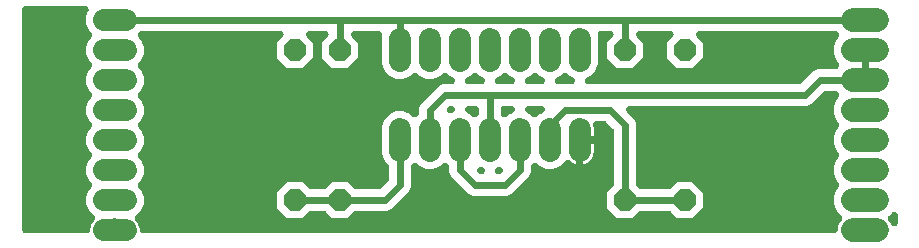
<source format=gbr>
G04 EAGLE Gerber X2 export*
G04 #@! %TF.Part,Single*
G04 #@! %TF.FileFunction,Copper,L2,Bot,Mixed*
G04 #@! %TF.FilePolarity,Positive*
G04 #@! %TF.GenerationSoftware,Autodesk,EAGLE,9.0.0*
G04 #@! %TF.CreationDate,2019-08-08T19:16:13Z*
G75*
%MOMM*%
%FSLAX34Y34*%
%LPD*%
%AMOC8*
5,1,8,0,0,1.08239X$1,22.5*%
G01*
%ADD10C,1.828800*%
%ADD11P,1.979475X8X112.500000*%
%ADD12P,1.979475X8X292.500000*%
%ADD13C,2.032000*%
%ADD14C,0.609600*%
%ADD15C,1.016000*%

G36*
X698068Y10167D02*
X698068Y10167D01*
X698144Y10165D01*
X698313Y10187D01*
X698484Y10201D01*
X698558Y10219D01*
X698633Y10229D01*
X698797Y10278D01*
X698963Y10319D01*
X699032Y10349D01*
X699106Y10371D01*
X699259Y10447D01*
X699416Y10514D01*
X699480Y10555D01*
X699549Y10588D01*
X699688Y10687D01*
X699832Y10779D01*
X699889Y10830D01*
X699951Y10874D01*
X700072Y10994D01*
X700200Y11108D01*
X700248Y11167D01*
X700302Y11221D01*
X700403Y11359D01*
X700510Y11492D01*
X700547Y11558D01*
X700592Y11619D01*
X700669Y11772D01*
X700754Y11920D01*
X700780Y11992D01*
X700815Y12060D01*
X700866Y12223D01*
X700925Y12383D01*
X700940Y12458D01*
X700963Y12530D01*
X700975Y12635D01*
X701020Y12867D01*
X701027Y13103D01*
X701039Y13208D01*
X701039Y13700D01*
X701352Y15674D01*
X701970Y17575D01*
X702877Y19357D01*
X704131Y21083D01*
X704175Y21154D01*
X704226Y21221D01*
X704303Y21365D01*
X704388Y21504D01*
X704420Y21582D01*
X704459Y21656D01*
X704512Y21810D01*
X704574Y21961D01*
X704592Y22043D01*
X704619Y22122D01*
X704647Y22283D01*
X704683Y22442D01*
X704688Y22526D01*
X704702Y22609D01*
X704703Y22772D01*
X704713Y22935D01*
X704704Y23018D01*
X704705Y23102D01*
X704680Y23263D01*
X704663Y23426D01*
X704641Y23506D01*
X704628Y23589D01*
X704577Y23744D01*
X704535Y23902D01*
X704500Y23978D01*
X704474Y24058D01*
X704399Y24203D01*
X704331Y24351D01*
X704285Y24421D01*
X704246Y24495D01*
X704181Y24577D01*
X704058Y24762D01*
X703886Y24946D01*
X703821Y25029D01*
X699958Y28891D01*
X697483Y34866D01*
X697483Y41334D01*
X699958Y47309D01*
X701295Y48645D01*
X701344Y48703D01*
X701400Y48755D01*
X701504Y48891D01*
X701614Y49021D01*
X701654Y49087D01*
X701700Y49147D01*
X701781Y49297D01*
X701869Y49444D01*
X701897Y49514D01*
X701933Y49582D01*
X701989Y49743D01*
X702052Y49902D01*
X702068Y49976D01*
X702093Y50048D01*
X702122Y50217D01*
X702159Y50383D01*
X702163Y50460D01*
X702176Y50535D01*
X702177Y50705D01*
X702186Y50876D01*
X702178Y50952D01*
X702179Y51028D01*
X702152Y51197D01*
X702134Y51367D01*
X702114Y51440D01*
X702102Y51515D01*
X702049Y51678D01*
X702003Y51842D01*
X701972Y51911D01*
X701948Y51984D01*
X701869Y52136D01*
X701798Y52291D01*
X701755Y52354D01*
X701720Y52422D01*
X701654Y52504D01*
X701522Y52700D01*
X701360Y52872D01*
X701295Y52955D01*
X699958Y54291D01*
X697483Y60266D01*
X697483Y66734D01*
X699958Y72709D01*
X701295Y74045D01*
X701344Y74103D01*
X701400Y74155D01*
X701504Y74291D01*
X701614Y74421D01*
X701654Y74487D01*
X701700Y74547D01*
X701781Y74697D01*
X701869Y74844D01*
X701897Y74914D01*
X701933Y74982D01*
X701989Y75143D01*
X702052Y75302D01*
X702068Y75376D01*
X702093Y75448D01*
X702122Y75617D01*
X702159Y75783D01*
X702163Y75860D01*
X702176Y75935D01*
X702177Y76105D01*
X702186Y76276D01*
X702178Y76352D01*
X702179Y76428D01*
X702152Y76597D01*
X702134Y76767D01*
X702114Y76840D01*
X702102Y76915D01*
X702049Y77078D01*
X702003Y77242D01*
X701972Y77311D01*
X701948Y77384D01*
X701869Y77536D01*
X701798Y77691D01*
X701755Y77754D01*
X701720Y77822D01*
X701654Y77904D01*
X701522Y78100D01*
X701360Y78272D01*
X701295Y78355D01*
X699958Y79691D01*
X697483Y85666D01*
X697483Y92134D01*
X699958Y98109D01*
X701295Y99445D01*
X701311Y99465D01*
X701326Y99478D01*
X701355Y99513D01*
X701400Y99555D01*
X701504Y99691D01*
X701614Y99821D01*
X701654Y99887D01*
X701700Y99947D01*
X701781Y100097D01*
X701869Y100244D01*
X701897Y100314D01*
X701933Y100382D01*
X701989Y100543D01*
X702052Y100702D01*
X702068Y100776D01*
X702093Y100848D01*
X702122Y101017D01*
X702159Y101183D01*
X702163Y101260D01*
X702176Y101335D01*
X702177Y101505D01*
X702186Y101676D01*
X702178Y101752D01*
X702179Y101828D01*
X702152Y101997D01*
X702134Y102167D01*
X702114Y102240D01*
X702102Y102315D01*
X702049Y102478D01*
X702003Y102642D01*
X701972Y102711D01*
X701948Y102784D01*
X701869Y102936D01*
X701798Y103091D01*
X701755Y103154D01*
X701720Y103222D01*
X701654Y103304D01*
X701522Y103500D01*
X701360Y103672D01*
X701295Y103755D01*
X699958Y105091D01*
X697483Y111066D01*
X697483Y117534D01*
X699958Y123509D01*
X701295Y124845D01*
X701344Y124903D01*
X701400Y124955D01*
X701504Y125091D01*
X701614Y125221D01*
X701654Y125287D01*
X701700Y125347D01*
X701781Y125497D01*
X701869Y125644D01*
X701897Y125714D01*
X701933Y125782D01*
X701989Y125943D01*
X702052Y126102D01*
X702068Y126176D01*
X702093Y126248D01*
X702122Y126417D01*
X702159Y126583D01*
X702163Y126660D01*
X702176Y126735D01*
X702177Y126905D01*
X702186Y127076D01*
X702178Y127152D01*
X702179Y127228D01*
X702152Y127397D01*
X702134Y127567D01*
X702114Y127640D01*
X702102Y127715D01*
X702049Y127878D01*
X702003Y128042D01*
X701972Y128111D01*
X701948Y128184D01*
X701869Y128336D01*
X701798Y128491D01*
X701755Y128554D01*
X701720Y128622D01*
X701654Y128704D01*
X701522Y128900D01*
X701360Y129072D01*
X701295Y129155D01*
X700787Y129663D01*
X700700Y129737D01*
X700619Y129818D01*
X700512Y129896D01*
X700411Y129982D01*
X700313Y130041D01*
X700221Y130108D01*
X700102Y130168D01*
X699988Y130237D01*
X699882Y130279D01*
X699780Y130331D01*
X699653Y130371D01*
X699530Y130420D01*
X699419Y130445D01*
X699310Y130479D01*
X699216Y130489D01*
X699049Y130527D01*
X698724Y130545D01*
X698632Y130555D01*
X690850Y130555D01*
X690736Y130546D01*
X690622Y130547D01*
X690491Y130526D01*
X690358Y130515D01*
X690248Y130488D01*
X690135Y130470D01*
X690008Y130429D01*
X689880Y130397D01*
X689775Y130352D01*
X689666Y130316D01*
X689548Y130254D01*
X689426Y130202D01*
X689330Y130141D01*
X689229Y130088D01*
X689155Y130029D01*
X689010Y129937D01*
X688768Y129721D01*
X688695Y129663D01*
X678280Y119247D01*
X674919Y117855D01*
X524734Y117855D01*
X524696Y117852D01*
X524658Y117854D01*
X524450Y117832D01*
X524242Y117815D01*
X524205Y117806D01*
X524167Y117802D01*
X523966Y117747D01*
X523763Y117697D01*
X523728Y117682D01*
X523692Y117671D01*
X523502Y117584D01*
X523310Y117502D01*
X523278Y117482D01*
X523243Y117466D01*
X523070Y117349D01*
X522894Y117237D01*
X522866Y117212D01*
X522834Y117190D01*
X522682Y117047D01*
X522526Y116908D01*
X522502Y116879D01*
X522474Y116853D01*
X522347Y116687D01*
X522216Y116524D01*
X522197Y116491D01*
X522174Y116461D01*
X522075Y116277D01*
X521972Y116096D01*
X521959Y116060D01*
X521941Y116026D01*
X521873Y115829D01*
X521801Y115633D01*
X521793Y115596D01*
X521781Y115560D01*
X521746Y115353D01*
X521706Y115149D01*
X521705Y115111D01*
X521698Y115073D01*
X521697Y114864D01*
X521691Y114656D01*
X521696Y114618D01*
X521695Y114580D01*
X521728Y114373D01*
X521755Y114167D01*
X521766Y114130D01*
X521772Y114093D01*
X521837Y113894D01*
X521897Y113695D01*
X521914Y113660D01*
X521926Y113624D01*
X522023Y113439D01*
X522114Y113251D01*
X522136Y113220D01*
X522154Y113186D01*
X522212Y113114D01*
X522400Y112849D01*
X522521Y112727D01*
X522579Y112653D01*
X528453Y106780D01*
X529845Y103419D01*
X529845Y51771D01*
X529854Y51657D01*
X529853Y51543D01*
X529874Y51412D01*
X529885Y51279D01*
X529912Y51169D01*
X529930Y51056D01*
X529971Y50929D01*
X530003Y50801D01*
X530048Y50696D01*
X530084Y50587D01*
X530145Y50469D01*
X530198Y50347D01*
X530259Y50251D01*
X530312Y50150D01*
X530371Y50076D01*
X530463Y49931D01*
X530679Y49689D01*
X530737Y49616D01*
X532216Y48137D01*
X532303Y48063D01*
X532384Y47982D01*
X532491Y47904D01*
X532592Y47818D01*
X532690Y47759D01*
X532782Y47692D01*
X532901Y47632D01*
X533015Y47563D01*
X533121Y47521D01*
X533223Y47469D01*
X533350Y47429D01*
X533473Y47380D01*
X533584Y47355D01*
X533693Y47321D01*
X533787Y47311D01*
X533955Y47273D01*
X534279Y47255D01*
X534371Y47245D01*
X557829Y47245D01*
X557943Y47254D01*
X558057Y47253D01*
X558188Y47274D01*
X558321Y47285D01*
X558431Y47312D01*
X558544Y47330D01*
X558671Y47371D01*
X558799Y47403D01*
X558904Y47448D01*
X559013Y47484D01*
X559131Y47546D01*
X559253Y47598D01*
X559349Y47659D01*
X559450Y47712D01*
X559524Y47771D01*
X559669Y47863D01*
X559911Y48079D01*
X559984Y48137D01*
X565187Y53341D01*
X577813Y53341D01*
X586741Y44413D01*
X586741Y31787D01*
X577813Y22859D01*
X565187Y22859D01*
X559984Y28063D01*
X559897Y28137D01*
X559816Y28218D01*
X559709Y28296D01*
X559608Y28382D01*
X559510Y28441D01*
X559418Y28508D01*
X559299Y28568D01*
X559185Y28637D01*
X559079Y28679D01*
X558977Y28731D01*
X558850Y28771D01*
X558727Y28820D01*
X558616Y28845D01*
X558507Y28879D01*
X558413Y28889D01*
X558245Y28927D01*
X557921Y28945D01*
X557829Y28955D01*
X534371Y28955D01*
X534257Y28946D01*
X534143Y28947D01*
X534012Y28926D01*
X533879Y28915D01*
X533769Y28888D01*
X533656Y28870D01*
X533529Y28829D01*
X533401Y28797D01*
X533296Y28752D01*
X533187Y28716D01*
X533069Y28654D01*
X532947Y28602D01*
X532851Y28541D01*
X532750Y28488D01*
X532676Y28429D01*
X532531Y28337D01*
X532289Y28121D01*
X532216Y28063D01*
X527013Y22859D01*
X514387Y22859D01*
X505459Y31787D01*
X505459Y44413D01*
X510663Y49616D01*
X510737Y49703D01*
X510818Y49784D01*
X510896Y49891D01*
X510982Y49992D01*
X511041Y50090D01*
X511108Y50182D01*
X511168Y50301D01*
X511237Y50415D01*
X511279Y50521D01*
X511331Y50623D01*
X511371Y50750D01*
X511420Y50873D01*
X511445Y50984D01*
X511479Y51093D01*
X511489Y51187D01*
X511527Y51355D01*
X511545Y51679D01*
X511555Y51771D01*
X511555Y96550D01*
X511546Y96664D01*
X511547Y96778D01*
X511526Y96909D01*
X511515Y97042D01*
X511488Y97152D01*
X511470Y97265D01*
X511429Y97392D01*
X511397Y97520D01*
X511352Y97625D01*
X511316Y97734D01*
X511254Y97852D01*
X511202Y97974D01*
X511141Y98070D01*
X511088Y98171D01*
X511029Y98245D01*
X510937Y98390D01*
X510721Y98632D01*
X510663Y98705D01*
X505105Y104263D01*
X505018Y104337D01*
X504937Y104418D01*
X504830Y104496D01*
X504729Y104582D01*
X504631Y104641D01*
X504539Y104708D01*
X504420Y104768D01*
X504306Y104837D01*
X504200Y104879D01*
X504098Y104931D01*
X503971Y104971D01*
X503848Y105020D01*
X503737Y105045D01*
X503628Y105079D01*
X503534Y105089D01*
X503366Y105127D01*
X503042Y105145D01*
X502950Y105155D01*
X496770Y105155D01*
X496709Y105150D01*
X496648Y105153D01*
X496463Y105130D01*
X496278Y105115D01*
X496219Y105101D01*
X496158Y105093D01*
X495980Y105041D01*
X495799Y104997D01*
X495743Y104973D01*
X495684Y104955D01*
X495517Y104875D01*
X495346Y104802D01*
X495294Y104769D01*
X495239Y104743D01*
X495086Y104637D01*
X494930Y104537D01*
X494884Y104496D01*
X494834Y104462D01*
X494701Y104332D01*
X494562Y104208D01*
X494523Y104161D01*
X494480Y104118D01*
X494369Y103969D01*
X494252Y103824D01*
X494222Y103772D01*
X494185Y103723D01*
X494100Y103557D01*
X494008Y103396D01*
X493987Y103338D01*
X493959Y103284D01*
X493901Y103108D01*
X493836Y102933D01*
X493825Y102873D01*
X493806Y102815D01*
X493777Y102631D01*
X493742Y102449D01*
X493740Y102388D01*
X493730Y102328D01*
X493732Y102142D01*
X493726Y101956D01*
X493734Y101895D01*
X493735Y101834D01*
X493756Y101732D01*
X493791Y101467D01*
X493851Y101267D01*
X493872Y101166D01*
X493997Y100780D01*
X494285Y98964D01*
X494285Y91947D01*
X482600Y91947D01*
X482524Y91941D01*
X482448Y91944D01*
X482279Y91921D01*
X482109Y91907D01*
X482035Y91889D01*
X481959Y91879D01*
X481795Y91830D01*
X481630Y91789D01*
X481560Y91759D01*
X481487Y91737D01*
X481333Y91662D01*
X481176Y91594D01*
X481112Y91553D01*
X481044Y91520D01*
X480904Y91421D01*
X480760Y91329D01*
X480704Y91278D01*
X480641Y91234D01*
X480520Y91114D01*
X480392Y91000D01*
X480344Y90941D01*
X480290Y90887D01*
X480189Y90749D01*
X480082Y90616D01*
X480044Y90550D01*
X479999Y90488D01*
X479923Y90336D01*
X479838Y90187D01*
X479811Y90116D01*
X479777Y90048D01*
X479726Y89885D01*
X479666Y89725D01*
X479652Y89650D01*
X479629Y89577D01*
X479617Y89473D01*
X479572Y89241D01*
X479564Y89005D01*
X479553Y88900D01*
X479553Y68460D01*
X478115Y68927D01*
X476476Y69762D01*
X474988Y70843D01*
X474569Y71262D01*
X474511Y71311D01*
X474459Y71367D01*
X474324Y71471D01*
X474193Y71582D01*
X474128Y71621D01*
X474068Y71667D01*
X473917Y71748D01*
X473771Y71836D01*
X473700Y71864D01*
X473633Y71900D01*
X473471Y71956D01*
X473313Y72019D01*
X473238Y72036D01*
X473166Y72060D01*
X472998Y72089D01*
X472831Y72126D01*
X472755Y72130D01*
X472680Y72143D01*
X472509Y72144D01*
X472338Y72154D01*
X472263Y72146D01*
X472186Y72146D01*
X472018Y72120D01*
X471848Y72102D01*
X471774Y72081D01*
X471699Y72069D01*
X471537Y72016D01*
X471372Y71971D01*
X471303Y71939D01*
X471231Y71915D01*
X471079Y71836D01*
X470924Y71765D01*
X470861Y71723D01*
X470793Y71687D01*
X470711Y71622D01*
X470514Y71490D01*
X470342Y71328D01*
X470260Y71262D01*
X465833Y66836D01*
X460232Y64515D01*
X454168Y64515D01*
X448567Y66836D01*
X446655Y68748D01*
X446597Y68797D01*
X446545Y68852D01*
X446409Y68956D01*
X446279Y69067D01*
X446214Y69106D01*
X446153Y69153D01*
X446002Y69234D01*
X445856Y69322D01*
X445786Y69350D01*
X445718Y69386D01*
X445557Y69441D01*
X445398Y69505D01*
X445324Y69521D01*
X445252Y69546D01*
X445083Y69575D01*
X444917Y69612D01*
X444840Y69616D01*
X444765Y69629D01*
X444595Y69630D01*
X444424Y69639D01*
X444348Y69631D01*
X444272Y69632D01*
X444103Y69605D01*
X443933Y69587D01*
X443860Y69567D01*
X443785Y69555D01*
X443622Y69502D01*
X443458Y69456D01*
X443388Y69425D01*
X443316Y69401D01*
X443165Y69322D01*
X443009Y69251D01*
X442946Y69208D01*
X442879Y69173D01*
X442796Y69107D01*
X442600Y68975D01*
X442428Y68813D01*
X442345Y68748D01*
X441837Y68240D01*
X441763Y68153D01*
X441682Y68072D01*
X441604Y67965D01*
X441518Y67864D01*
X441459Y67766D01*
X441392Y67674D01*
X441332Y67555D01*
X441263Y67441D01*
X441221Y67335D01*
X441169Y67233D01*
X441129Y67106D01*
X441080Y66983D01*
X441055Y66872D01*
X441021Y66763D01*
X441011Y66669D01*
X440973Y66501D01*
X440955Y66177D01*
X440945Y66085D01*
X440945Y61681D01*
X439553Y58320D01*
X424280Y43047D01*
X420919Y41655D01*
X391881Y41655D01*
X388520Y43047D01*
X373247Y58320D01*
X371855Y61681D01*
X371855Y66085D01*
X371846Y66199D01*
X371847Y66313D01*
X371826Y66444D01*
X371815Y66577D01*
X371788Y66688D01*
X371770Y66800D01*
X371729Y66927D01*
X371697Y67055D01*
X371652Y67160D01*
X371616Y67269D01*
X371554Y67387D01*
X371502Y67509D01*
X371441Y67605D01*
X371388Y67707D01*
X371329Y67780D01*
X371237Y67925D01*
X371021Y68167D01*
X370963Y68240D01*
X370455Y68748D01*
X370397Y68797D01*
X370344Y68852D01*
X370209Y68956D01*
X370079Y69067D01*
X370013Y69106D01*
X369953Y69153D01*
X369803Y69234D01*
X369656Y69322D01*
X369585Y69350D01*
X369518Y69386D01*
X369357Y69441D01*
X369198Y69505D01*
X369124Y69521D01*
X369052Y69546D01*
X368883Y69575D01*
X368716Y69612D01*
X368640Y69616D01*
X368565Y69629D01*
X368394Y69630D01*
X368224Y69639D01*
X368148Y69631D01*
X368072Y69632D01*
X367903Y69605D01*
X367733Y69587D01*
X367660Y69567D01*
X367585Y69555D01*
X367422Y69502D01*
X367258Y69456D01*
X367188Y69425D01*
X367116Y69401D01*
X366964Y69322D01*
X366809Y69251D01*
X366746Y69208D01*
X366678Y69173D01*
X366596Y69107D01*
X366400Y68975D01*
X366228Y68813D01*
X366145Y68748D01*
X364233Y66836D01*
X358632Y64515D01*
X352568Y64515D01*
X346967Y66836D01*
X345055Y68748D01*
X344997Y68797D01*
X344944Y68852D01*
X344809Y68956D01*
X344679Y69067D01*
X344613Y69106D01*
X344553Y69153D01*
X344403Y69233D01*
X344256Y69322D01*
X344185Y69350D01*
X344118Y69386D01*
X343957Y69441D01*
X343798Y69505D01*
X343724Y69521D01*
X343652Y69546D01*
X343483Y69575D01*
X343316Y69612D01*
X343240Y69616D01*
X343165Y69629D01*
X342994Y69630D01*
X342824Y69639D01*
X342748Y69631D01*
X342672Y69632D01*
X342503Y69605D01*
X342333Y69587D01*
X342260Y69567D01*
X342185Y69555D01*
X342022Y69502D01*
X341858Y69456D01*
X341788Y69425D01*
X341716Y69401D01*
X341565Y69322D01*
X341409Y69251D01*
X341346Y69208D01*
X341278Y69173D01*
X341196Y69107D01*
X341000Y68975D01*
X340828Y68813D01*
X340745Y68748D01*
X340237Y68240D01*
X340163Y68153D01*
X340082Y68072D01*
X340004Y67965D01*
X339918Y67864D01*
X339859Y67766D01*
X339792Y67674D01*
X339732Y67555D01*
X339663Y67441D01*
X339621Y67335D01*
X339569Y67233D01*
X339529Y67106D01*
X339480Y66983D01*
X339455Y66872D01*
X339421Y66763D01*
X339411Y66669D01*
X339373Y66501D01*
X339355Y66177D01*
X339345Y66085D01*
X339345Y48981D01*
X337953Y45620D01*
X322680Y30347D01*
X319319Y28955D01*
X293071Y28955D01*
X292957Y28946D01*
X292843Y28947D01*
X292712Y28926D01*
X292579Y28915D01*
X292469Y28888D01*
X292356Y28870D01*
X292229Y28829D01*
X292101Y28797D01*
X291996Y28752D01*
X291887Y28716D01*
X291769Y28654D01*
X291647Y28602D01*
X291551Y28541D01*
X291450Y28488D01*
X291376Y28429D01*
X291231Y28337D01*
X290989Y28121D01*
X290916Y28063D01*
X285713Y22859D01*
X273087Y22859D01*
X267884Y28063D01*
X267797Y28137D01*
X267716Y28218D01*
X267609Y28296D01*
X267508Y28382D01*
X267410Y28441D01*
X267318Y28508D01*
X267199Y28568D01*
X267085Y28637D01*
X266979Y28679D01*
X266877Y28731D01*
X266750Y28771D01*
X266627Y28820D01*
X266516Y28845D01*
X266407Y28879D01*
X266313Y28889D01*
X266145Y28927D01*
X265821Y28945D01*
X265729Y28955D01*
X254971Y28955D01*
X254857Y28946D01*
X254743Y28947D01*
X254612Y28926D01*
X254479Y28915D01*
X254369Y28888D01*
X254256Y28870D01*
X254129Y28829D01*
X254001Y28797D01*
X253896Y28752D01*
X253787Y28716D01*
X253669Y28654D01*
X253547Y28602D01*
X253451Y28541D01*
X253350Y28488D01*
X253276Y28429D01*
X253131Y28337D01*
X252889Y28121D01*
X252816Y28063D01*
X247613Y22859D01*
X234987Y22859D01*
X226059Y31787D01*
X226059Y44413D01*
X234987Y53341D01*
X247613Y53341D01*
X252816Y48137D01*
X252903Y48063D01*
X252984Y47982D01*
X253091Y47904D01*
X253192Y47818D01*
X253290Y47759D01*
X253382Y47692D01*
X253501Y47632D01*
X253615Y47563D01*
X253721Y47521D01*
X253823Y47469D01*
X253950Y47429D01*
X254073Y47380D01*
X254184Y47355D01*
X254293Y47321D01*
X254387Y47311D01*
X254555Y47273D01*
X254879Y47255D01*
X254971Y47245D01*
X265729Y47245D01*
X265843Y47254D01*
X265957Y47253D01*
X266088Y47274D01*
X266221Y47285D01*
X266331Y47312D01*
X266444Y47330D01*
X266571Y47371D01*
X266699Y47403D01*
X266804Y47448D01*
X266913Y47484D01*
X267031Y47546D01*
X267153Y47598D01*
X267249Y47659D01*
X267350Y47712D01*
X267424Y47771D01*
X267569Y47863D01*
X267811Y48079D01*
X267884Y48137D01*
X273087Y53341D01*
X285713Y53341D01*
X290916Y48137D01*
X291003Y48063D01*
X291084Y47982D01*
X291191Y47904D01*
X291292Y47818D01*
X291390Y47759D01*
X291482Y47692D01*
X291601Y47632D01*
X291715Y47563D01*
X291821Y47521D01*
X291923Y47469D01*
X292050Y47429D01*
X292173Y47380D01*
X292284Y47355D01*
X292393Y47321D01*
X292487Y47311D01*
X292655Y47273D01*
X292979Y47255D01*
X293071Y47245D01*
X312450Y47245D01*
X312564Y47254D01*
X312678Y47253D01*
X312809Y47274D01*
X312942Y47285D01*
X313052Y47312D01*
X313165Y47330D01*
X313292Y47371D01*
X313420Y47403D01*
X313525Y47448D01*
X313634Y47484D01*
X313752Y47546D01*
X313874Y47598D01*
X313970Y47659D01*
X314071Y47712D01*
X314145Y47771D01*
X314290Y47863D01*
X314532Y48079D01*
X314605Y48137D01*
X320163Y53695D01*
X320237Y53782D01*
X320318Y53863D01*
X320396Y53970D01*
X320482Y54071D01*
X320541Y54169D01*
X320608Y54261D01*
X320668Y54380D01*
X320737Y54494D01*
X320779Y54600D01*
X320831Y54702D01*
X320871Y54829D01*
X320920Y54952D01*
X320939Y55037D01*
X320941Y55044D01*
X320946Y55068D01*
X320979Y55172D01*
X320989Y55266D01*
X321027Y55434D01*
X321030Y55499D01*
X321036Y55528D01*
X321041Y55693D01*
X321045Y55758D01*
X321055Y55850D01*
X321055Y66085D01*
X321046Y66199D01*
X321047Y66313D01*
X321026Y66444D01*
X321015Y66577D01*
X320988Y66687D01*
X320970Y66800D01*
X320929Y66927D01*
X320897Y67055D01*
X320852Y67160D01*
X320816Y67269D01*
X320754Y67387D01*
X320702Y67509D01*
X320641Y67605D01*
X320588Y67706D01*
X320529Y67780D01*
X320437Y67925D01*
X320221Y68167D01*
X320163Y68240D01*
X317280Y71123D01*
X314959Y76724D01*
X314959Y101076D01*
X317280Y106677D01*
X321567Y110964D01*
X327168Y113285D01*
X333232Y113285D01*
X338833Y110964D01*
X340745Y109052D01*
X340803Y109003D01*
X340855Y108948D01*
X340991Y108844D01*
X341121Y108733D01*
X341187Y108694D01*
X341247Y108647D01*
X341397Y108566D01*
X341544Y108478D01*
X341614Y108450D01*
X341682Y108414D01*
X341843Y108359D01*
X342002Y108295D01*
X342076Y108279D01*
X342148Y108254D01*
X342317Y108225D01*
X342483Y108188D01*
X342560Y108184D01*
X342635Y108171D01*
X342806Y108170D01*
X342976Y108161D01*
X343052Y108169D01*
X343128Y108168D01*
X343297Y108195D01*
X343467Y108213D01*
X343540Y108233D01*
X343615Y108245D01*
X343778Y108298D01*
X343942Y108344D01*
X344012Y108375D01*
X344084Y108399D01*
X344236Y108478D01*
X344391Y108549D01*
X344454Y108592D01*
X344522Y108627D01*
X344604Y108693D01*
X344800Y108825D01*
X344973Y108987D01*
X345055Y109052D01*
X345563Y109560D01*
X345637Y109647D01*
X345718Y109728D01*
X345796Y109835D01*
X345882Y109936D01*
X345941Y110034D01*
X346008Y110126D01*
X346068Y110245D01*
X346137Y110359D01*
X346179Y110465D01*
X346231Y110567D01*
X346271Y110694D01*
X346320Y110817D01*
X346345Y110928D01*
X346379Y111037D01*
X346389Y111131D01*
X346427Y111299D01*
X346445Y111623D01*
X346455Y111715D01*
X346455Y116119D01*
X347847Y119480D01*
X363120Y134753D01*
X366481Y136145D01*
X373683Y136145D01*
X373825Y136156D01*
X373968Y136158D01*
X374071Y136176D01*
X374175Y136185D01*
X374313Y136219D01*
X374454Y136244D01*
X374552Y136278D01*
X374654Y136303D01*
X374785Y136360D01*
X374919Y136407D01*
X375011Y136457D01*
X375107Y136498D01*
X375227Y136574D01*
X375352Y136643D01*
X375435Y136707D01*
X375523Y136763D01*
X375629Y136858D01*
X375742Y136945D01*
X375813Y137022D01*
X375891Y137092D01*
X375981Y137203D01*
X376078Y137307D01*
X376135Y137394D01*
X376201Y137476D01*
X376271Y137599D01*
X376350Y137718D01*
X376393Y137814D01*
X376445Y137904D01*
X376495Y138038D01*
X376553Y138168D01*
X376580Y138269D01*
X376617Y138367D01*
X376644Y138506D01*
X376681Y138644D01*
X376691Y138749D01*
X376711Y138851D01*
X376716Y138993D01*
X376730Y139135D01*
X376723Y139240D01*
X376727Y139344D01*
X376708Y139485D01*
X376699Y139628D01*
X376676Y139729D01*
X376662Y139833D01*
X376621Y139970D01*
X376589Y140109D01*
X376550Y140205D01*
X376520Y140305D01*
X376457Y140434D01*
X376403Y140566D01*
X376349Y140655D01*
X376303Y140749D01*
X376220Y140865D01*
X376146Y140986D01*
X376078Y141066D01*
X376017Y141151D01*
X375917Y141252D01*
X375824Y141360D01*
X375744Y141428D01*
X375671Y141502D01*
X375556Y141586D01*
X375446Y141677D01*
X375377Y141715D01*
X375272Y141792D01*
X374885Y141988D01*
X374849Y142007D01*
X372367Y143036D01*
X370455Y144948D01*
X370397Y144997D01*
X370345Y145052D01*
X370209Y145156D01*
X370079Y145267D01*
X370013Y145306D01*
X369953Y145353D01*
X369803Y145434D01*
X369656Y145522D01*
X369586Y145550D01*
X369518Y145586D01*
X369357Y145641D01*
X369198Y145705D01*
X369124Y145721D01*
X369052Y145746D01*
X368883Y145775D01*
X368717Y145812D01*
X368640Y145816D01*
X368565Y145829D01*
X368394Y145830D01*
X368224Y145839D01*
X368148Y145831D01*
X368072Y145832D01*
X367903Y145805D01*
X367733Y145787D01*
X367660Y145767D01*
X367585Y145755D01*
X367422Y145702D01*
X367258Y145656D01*
X367188Y145625D01*
X367116Y145601D01*
X366964Y145522D01*
X366809Y145451D01*
X366746Y145408D01*
X366678Y145373D01*
X366596Y145307D01*
X366400Y145175D01*
X366227Y145013D01*
X366145Y144948D01*
X364233Y143036D01*
X358632Y140715D01*
X352568Y140715D01*
X346967Y143036D01*
X345055Y144948D01*
X344997Y144997D01*
X344945Y145052D01*
X344809Y145156D01*
X344679Y145267D01*
X344613Y145306D01*
X344553Y145353D01*
X344403Y145434D01*
X344256Y145522D01*
X344186Y145550D01*
X344118Y145586D01*
X343957Y145641D01*
X343798Y145705D01*
X343724Y145721D01*
X343652Y145746D01*
X343483Y145775D01*
X343317Y145812D01*
X343240Y145816D01*
X343165Y145829D01*
X342994Y145830D01*
X342824Y145839D01*
X342748Y145831D01*
X342672Y145832D01*
X342503Y145805D01*
X342333Y145787D01*
X342260Y145767D01*
X342185Y145755D01*
X342022Y145702D01*
X341858Y145656D01*
X341788Y145625D01*
X341716Y145601D01*
X341564Y145522D01*
X341409Y145451D01*
X341346Y145408D01*
X341278Y145373D01*
X341196Y145307D01*
X341000Y145175D01*
X340827Y145013D01*
X340745Y144948D01*
X338833Y143036D01*
X333232Y140715D01*
X327168Y140715D01*
X321567Y143036D01*
X317280Y147323D01*
X314959Y152924D01*
X314959Y177314D01*
X315022Y177483D01*
X315035Y177548D01*
X315055Y177611D01*
X315082Y177790D01*
X315117Y177967D01*
X315119Y178033D01*
X315129Y178099D01*
X315126Y178280D01*
X315132Y178460D01*
X315123Y178526D01*
X315123Y178592D01*
X315091Y178770D01*
X315068Y178949D01*
X315048Y179013D01*
X315037Y179078D01*
X314977Y179249D01*
X314925Y179422D01*
X314896Y179481D01*
X314874Y179544D01*
X314788Y179703D01*
X314708Y179865D01*
X314670Y179919D01*
X314638Y179977D01*
X314527Y180120D01*
X314423Y180267D01*
X314376Y180314D01*
X314335Y180367D01*
X314203Y180489D01*
X314076Y180618D01*
X314022Y180657D01*
X313974Y180702D01*
X313823Y180802D01*
X313677Y180908D01*
X313618Y180938D01*
X313563Y180975D01*
X313398Y181049D01*
X313237Y181131D01*
X313173Y181151D01*
X313113Y181178D01*
X312939Y181225D01*
X312766Y181279D01*
X312714Y181285D01*
X312636Y181306D01*
X312145Y181355D01*
X312112Y181353D01*
X312089Y181355D01*
X292055Y181355D01*
X292017Y181352D01*
X291979Y181354D01*
X291771Y181332D01*
X291563Y181315D01*
X291526Y181306D01*
X291488Y181302D01*
X291287Y181247D01*
X291085Y181197D01*
X291050Y181182D01*
X291013Y181171D01*
X290823Y181084D01*
X290631Y181002D01*
X290599Y180982D01*
X290564Y180966D01*
X290391Y180849D01*
X290215Y180737D01*
X290187Y180712D01*
X290155Y180690D01*
X290003Y180547D01*
X289847Y180408D01*
X289823Y180379D01*
X289795Y180353D01*
X289668Y180187D01*
X289537Y180024D01*
X289518Y179991D01*
X289495Y179961D01*
X289396Y179777D01*
X289293Y179596D01*
X289280Y179560D01*
X289262Y179526D01*
X289194Y179329D01*
X289122Y179133D01*
X289114Y179096D01*
X289102Y179060D01*
X289067Y178853D01*
X289027Y178649D01*
X289026Y178611D01*
X289019Y178573D01*
X289018Y178364D01*
X289012Y178156D01*
X289017Y178118D01*
X289016Y178080D01*
X289049Y177873D01*
X289076Y177667D01*
X289087Y177630D01*
X289093Y177593D01*
X289158Y177394D01*
X289219Y177195D01*
X289235Y177160D01*
X289247Y177124D01*
X289344Y176939D01*
X289435Y176751D01*
X289457Y176720D01*
X289475Y176686D01*
X289533Y176614D01*
X289721Y176349D01*
X289842Y176227D01*
X289900Y176153D01*
X294641Y171413D01*
X294641Y158787D01*
X285713Y149859D01*
X273087Y149859D01*
X264159Y158787D01*
X264159Y171413D01*
X268900Y176153D01*
X268924Y176182D01*
X268953Y176208D01*
X269084Y176370D01*
X269219Y176529D01*
X269239Y176562D01*
X269263Y176592D01*
X269366Y176773D01*
X269474Y176952D01*
X269488Y176987D01*
X269507Y177020D01*
X269580Y177216D01*
X269657Y177410D01*
X269665Y177447D01*
X269678Y177483D01*
X269718Y177688D01*
X269764Y177892D01*
X269766Y177930D01*
X269773Y177967D01*
X269780Y178175D01*
X269791Y178384D01*
X269787Y178422D01*
X269788Y178460D01*
X269761Y178667D01*
X269739Y178875D01*
X269729Y178911D01*
X269724Y178949D01*
X269664Y179149D01*
X269608Y179350D01*
X269593Y179385D01*
X269581Y179422D01*
X269490Y179609D01*
X269403Y179799D01*
X269381Y179831D01*
X269365Y179865D01*
X269244Y180034D01*
X269127Y180208D01*
X269101Y180236D01*
X269079Y180267D01*
X268933Y180415D01*
X268789Y180568D01*
X268759Y180591D01*
X268732Y180618D01*
X268564Y180741D01*
X268398Y180868D01*
X268364Y180886D01*
X268334Y180908D01*
X268148Y181002D01*
X267963Y181101D01*
X267927Y181114D01*
X267893Y181131D01*
X267694Y181193D01*
X267497Y181261D01*
X267459Y181267D01*
X267423Y181279D01*
X267330Y181289D01*
X267010Y181344D01*
X266838Y181345D01*
X266745Y181355D01*
X253955Y181355D01*
X253917Y181352D01*
X253879Y181354D01*
X253671Y181332D01*
X253463Y181315D01*
X253426Y181306D01*
X253388Y181302D01*
X253187Y181247D01*
X252985Y181197D01*
X252950Y181182D01*
X252913Y181171D01*
X252723Y181084D01*
X252531Y181002D01*
X252499Y180982D01*
X252464Y180966D01*
X252291Y180849D01*
X252115Y180737D01*
X252087Y180712D01*
X252055Y180690D01*
X251903Y180547D01*
X251747Y180408D01*
X251723Y180379D01*
X251695Y180353D01*
X251568Y180187D01*
X251437Y180024D01*
X251418Y179991D01*
X251395Y179961D01*
X251296Y179777D01*
X251193Y179596D01*
X251180Y179560D01*
X251162Y179526D01*
X251094Y179329D01*
X251022Y179133D01*
X251014Y179096D01*
X251002Y179060D01*
X250967Y178853D01*
X250927Y178649D01*
X250926Y178611D01*
X250919Y178573D01*
X250918Y178364D01*
X250912Y178156D01*
X250917Y178118D01*
X250916Y178080D01*
X250949Y177873D01*
X250976Y177667D01*
X250987Y177630D01*
X250993Y177593D01*
X251058Y177394D01*
X251119Y177195D01*
X251135Y177160D01*
X251147Y177124D01*
X251244Y176939D01*
X251335Y176751D01*
X251357Y176720D01*
X251375Y176686D01*
X251433Y176614D01*
X251621Y176349D01*
X251742Y176227D01*
X251800Y176153D01*
X256541Y171413D01*
X256541Y158787D01*
X247613Y149859D01*
X234987Y149859D01*
X226059Y158787D01*
X226059Y171413D01*
X230800Y176153D01*
X230824Y176182D01*
X230853Y176208D01*
X230984Y176370D01*
X231119Y176529D01*
X231139Y176562D01*
X231163Y176592D01*
X231266Y176773D01*
X231374Y176952D01*
X231388Y176987D01*
X231407Y177020D01*
X231480Y177216D01*
X231557Y177410D01*
X231565Y177447D01*
X231578Y177483D01*
X231618Y177688D01*
X231664Y177892D01*
X231666Y177930D01*
X231673Y177967D01*
X231680Y178175D01*
X231691Y178384D01*
X231687Y178422D01*
X231688Y178460D01*
X231661Y178667D01*
X231639Y178875D01*
X231629Y178911D01*
X231624Y178949D01*
X231564Y179149D01*
X231508Y179350D01*
X231493Y179385D01*
X231481Y179422D01*
X231390Y179609D01*
X231303Y179799D01*
X231281Y179831D01*
X231265Y179865D01*
X231144Y180034D01*
X231027Y180208D01*
X231001Y180236D01*
X230979Y180267D01*
X230833Y180415D01*
X230689Y180568D01*
X230659Y180591D01*
X230632Y180618D01*
X230464Y180741D01*
X230298Y180868D01*
X230264Y180886D01*
X230234Y180908D01*
X230048Y181002D01*
X229863Y181101D01*
X229827Y181114D01*
X229793Y181131D01*
X229594Y181193D01*
X229397Y181261D01*
X229359Y181267D01*
X229323Y181279D01*
X229230Y181289D01*
X228910Y181344D01*
X228738Y181345D01*
X228645Y181355D01*
X111715Y181355D01*
X111601Y181346D01*
X111487Y181347D01*
X111356Y181326D01*
X111223Y181315D01*
X111113Y181288D01*
X111000Y181270D01*
X110873Y181229D01*
X110745Y181197D01*
X110640Y181152D01*
X110531Y181116D01*
X110413Y181055D01*
X110291Y181002D01*
X110195Y180941D01*
X110094Y180888D01*
X110020Y180829D01*
X109875Y180737D01*
X109633Y180521D01*
X109560Y180463D01*
X109052Y179955D01*
X109003Y179897D01*
X108948Y179845D01*
X108844Y179709D01*
X108733Y179579D01*
X108694Y179514D01*
X108647Y179453D01*
X108566Y179303D01*
X108478Y179156D01*
X108450Y179086D01*
X108414Y179018D01*
X108359Y178856D01*
X108295Y178698D01*
X108279Y178624D01*
X108254Y178552D01*
X108225Y178383D01*
X108188Y178217D01*
X108184Y178141D01*
X108171Y178065D01*
X108170Y177894D01*
X108161Y177724D01*
X108169Y177648D01*
X108168Y177572D01*
X108195Y177403D01*
X108213Y177233D01*
X108233Y177160D01*
X108245Y177085D01*
X108298Y176922D01*
X108344Y176758D01*
X108375Y176689D01*
X108399Y176616D01*
X108478Y176464D01*
X108549Y176309D01*
X108592Y176246D01*
X108627Y176178D01*
X108693Y176096D01*
X108825Y175900D01*
X108899Y175821D01*
X108913Y175801D01*
X108992Y175721D01*
X109052Y175645D01*
X110964Y173733D01*
X113285Y168132D01*
X113285Y162068D01*
X110964Y156467D01*
X109052Y154555D01*
X109003Y154497D01*
X108948Y154445D01*
X108844Y154309D01*
X108733Y154179D01*
X108694Y154113D01*
X108647Y154053D01*
X108566Y153903D01*
X108478Y153756D01*
X108450Y153686D01*
X108414Y153618D01*
X108359Y153457D01*
X108295Y153298D01*
X108279Y153224D01*
X108254Y153152D01*
X108225Y152983D01*
X108188Y152817D01*
X108184Y152740D01*
X108171Y152665D01*
X108170Y152494D01*
X108161Y152324D01*
X108169Y152248D01*
X108168Y152172D01*
X108195Y152003D01*
X108213Y151833D01*
X108233Y151760D01*
X108245Y151685D01*
X108298Y151522D01*
X108344Y151358D01*
X108375Y151288D01*
X108399Y151216D01*
X108478Y151064D01*
X108549Y150909D01*
X108592Y150846D01*
X108627Y150778D01*
X108693Y150696D01*
X108825Y150500D01*
X108987Y150327D01*
X109052Y150245D01*
X110964Y148333D01*
X113285Y142732D01*
X113285Y136668D01*
X110964Y131067D01*
X109052Y129155D01*
X109003Y129097D01*
X108948Y129045D01*
X108844Y128909D01*
X108733Y128779D01*
X108694Y128713D01*
X108647Y128653D01*
X108566Y128503D01*
X108478Y128356D01*
X108450Y128286D01*
X108414Y128218D01*
X108359Y128057D01*
X108295Y127898D01*
X108279Y127824D01*
X108254Y127752D01*
X108225Y127583D01*
X108188Y127417D01*
X108184Y127340D01*
X108171Y127265D01*
X108170Y127094D01*
X108161Y126924D01*
X108169Y126848D01*
X108168Y126772D01*
X108195Y126603D01*
X108213Y126433D01*
X108233Y126360D01*
X108245Y126285D01*
X108298Y126122D01*
X108344Y125958D01*
X108375Y125888D01*
X108399Y125816D01*
X108478Y125664D01*
X108549Y125509D01*
X108592Y125446D01*
X108627Y125378D01*
X108693Y125296D01*
X108825Y125100D01*
X108987Y124927D01*
X109052Y124845D01*
X110964Y122933D01*
X113285Y117332D01*
X113285Y111268D01*
X110964Y105667D01*
X109052Y103755D01*
X109003Y103697D01*
X108948Y103645D01*
X108844Y103509D01*
X108733Y103379D01*
X108694Y103313D01*
X108647Y103253D01*
X108566Y103103D01*
X108478Y102956D01*
X108450Y102886D01*
X108414Y102818D01*
X108359Y102657D01*
X108295Y102498D01*
X108279Y102424D01*
X108254Y102352D01*
X108225Y102183D01*
X108188Y102017D01*
X108184Y101940D01*
X108171Y101865D01*
X108170Y101694D01*
X108161Y101524D01*
X108169Y101448D01*
X108168Y101372D01*
X108195Y101203D01*
X108213Y101033D01*
X108233Y100960D01*
X108245Y100885D01*
X108298Y100722D01*
X108344Y100558D01*
X108375Y100488D01*
X108399Y100416D01*
X108478Y100264D01*
X108549Y100109D01*
X108592Y100046D01*
X108627Y99978D01*
X108693Y99896D01*
X108825Y99700D01*
X108877Y99645D01*
X108895Y99619D01*
X108993Y99520D01*
X109052Y99445D01*
X110964Y97533D01*
X113285Y91932D01*
X113285Y85868D01*
X110964Y80267D01*
X109052Y78355D01*
X109003Y78297D01*
X108948Y78245D01*
X108844Y78109D01*
X108733Y77979D01*
X108694Y77913D01*
X108647Y77853D01*
X108566Y77703D01*
X108478Y77556D01*
X108450Y77486D01*
X108414Y77418D01*
X108359Y77257D01*
X108295Y77098D01*
X108279Y77024D01*
X108254Y76952D01*
X108225Y76783D01*
X108188Y76617D01*
X108184Y76540D01*
X108171Y76465D01*
X108170Y76294D01*
X108161Y76124D01*
X108169Y76048D01*
X108168Y75972D01*
X108195Y75803D01*
X108213Y75633D01*
X108233Y75560D01*
X108245Y75485D01*
X108298Y75322D01*
X108344Y75158D01*
X108375Y75088D01*
X108399Y75016D01*
X108478Y74864D01*
X108549Y74709D01*
X108592Y74646D01*
X108627Y74578D01*
X108693Y74496D01*
X108825Y74300D01*
X108987Y74127D01*
X109052Y74045D01*
X110964Y72133D01*
X113285Y66532D01*
X113285Y60468D01*
X110964Y54867D01*
X109052Y52955D01*
X109003Y52897D01*
X108948Y52845D01*
X108844Y52709D01*
X108733Y52579D01*
X108694Y52513D01*
X108647Y52453D01*
X108566Y52303D01*
X108478Y52156D01*
X108450Y52086D01*
X108414Y52018D01*
X108359Y51857D01*
X108295Y51698D01*
X108279Y51624D01*
X108254Y51552D01*
X108225Y51383D01*
X108188Y51217D01*
X108184Y51140D01*
X108171Y51065D01*
X108170Y50894D01*
X108161Y50724D01*
X108169Y50648D01*
X108168Y50572D01*
X108195Y50403D01*
X108213Y50233D01*
X108233Y50160D01*
X108245Y50085D01*
X108298Y49922D01*
X108344Y49758D01*
X108375Y49688D01*
X108399Y49616D01*
X108478Y49464D01*
X108549Y49309D01*
X108592Y49246D01*
X108627Y49178D01*
X108693Y49096D01*
X108825Y48900D01*
X108987Y48727D01*
X109052Y48645D01*
X110964Y46733D01*
X113285Y41132D01*
X113285Y35068D01*
X110964Y29467D01*
X106538Y25040D01*
X106489Y24982D01*
X106433Y24930D01*
X106329Y24794D01*
X106218Y24664D01*
X106179Y24599D01*
X106133Y24539D01*
X106052Y24388D01*
X105964Y24242D01*
X105936Y24171D01*
X105899Y24104D01*
X105844Y23942D01*
X105781Y23784D01*
X105764Y23709D01*
X105740Y23637D01*
X105711Y23469D01*
X105674Y23302D01*
X105670Y23226D01*
X105657Y23151D01*
X105656Y22980D01*
X105646Y22809D01*
X105654Y22733D01*
X105654Y22657D01*
X105680Y22489D01*
X105699Y22319D01*
X105719Y22245D01*
X105731Y22170D01*
X105784Y22008D01*
X105829Y21843D01*
X105861Y21774D01*
X105885Y21701D01*
X105964Y21550D01*
X106035Y21395D01*
X106078Y21331D01*
X106113Y21264D01*
X106178Y21182D01*
X106310Y20985D01*
X106472Y20813D01*
X106538Y20731D01*
X106957Y20312D01*
X108038Y18824D01*
X108873Y17185D01*
X109441Y15436D01*
X109729Y13620D01*
X109729Y13208D01*
X109735Y13132D01*
X109733Y13056D01*
X109755Y12887D01*
X109769Y12716D01*
X109787Y12642D01*
X109797Y12567D01*
X109846Y12403D01*
X109887Y12237D01*
X109917Y12168D01*
X109939Y12094D01*
X110015Y11941D01*
X110082Y11784D01*
X110123Y11720D01*
X110156Y11651D01*
X110255Y11512D01*
X110347Y11368D01*
X110398Y11311D01*
X110442Y11249D01*
X110562Y11128D01*
X110676Y11000D01*
X110735Y10952D01*
X110789Y10898D01*
X110927Y10797D01*
X111060Y10690D01*
X111126Y10653D01*
X111187Y10608D01*
X111340Y10531D01*
X111488Y10446D01*
X111560Y10420D01*
X111628Y10385D01*
X111791Y10334D01*
X111951Y10275D01*
X112026Y10260D01*
X112098Y10237D01*
X112203Y10225D01*
X112435Y10180D01*
X112671Y10173D01*
X112776Y10161D01*
X697992Y10161D01*
X698068Y10167D01*
G37*
G36*
X65100Y10167D02*
X65100Y10167D01*
X65176Y10165D01*
X65345Y10187D01*
X65516Y10201D01*
X65590Y10219D01*
X65665Y10229D01*
X65829Y10278D01*
X65995Y10319D01*
X66064Y10349D01*
X66138Y10371D01*
X66291Y10447D01*
X66448Y10514D01*
X66512Y10555D01*
X66581Y10588D01*
X66720Y10687D01*
X66864Y10779D01*
X66921Y10830D01*
X66983Y10874D01*
X67104Y10994D01*
X67232Y11108D01*
X67280Y11167D01*
X67334Y11221D01*
X67435Y11359D01*
X67542Y11492D01*
X67579Y11558D01*
X67624Y11619D01*
X67701Y11772D01*
X67786Y11920D01*
X67812Y11992D01*
X67847Y12060D01*
X67898Y12223D01*
X67957Y12383D01*
X67972Y12458D01*
X67995Y12530D01*
X68007Y12635D01*
X68052Y12867D01*
X68059Y13103D01*
X68071Y13208D01*
X68071Y13620D01*
X68359Y15436D01*
X68927Y17185D01*
X69762Y18824D01*
X70843Y20312D01*
X71262Y20731D01*
X71311Y20789D01*
X71367Y20841D01*
X71471Y20976D01*
X71582Y21107D01*
X71621Y21172D01*
X71667Y21232D01*
X71748Y21383D01*
X71836Y21529D01*
X71864Y21600D01*
X71900Y21667D01*
X71956Y21829D01*
X72019Y21987D01*
X72036Y22062D01*
X72060Y22134D01*
X72089Y22302D01*
X72126Y22469D01*
X72130Y22545D01*
X72143Y22620D01*
X72144Y22791D01*
X72154Y22962D01*
X72146Y23037D01*
X72146Y23114D01*
X72120Y23282D01*
X72102Y23452D01*
X72081Y23526D01*
X72069Y23601D01*
X72016Y23763D01*
X71971Y23928D01*
X71939Y23997D01*
X71915Y24069D01*
X71836Y24221D01*
X71765Y24376D01*
X71723Y24439D01*
X71687Y24507D01*
X71622Y24589D01*
X71490Y24786D01*
X71328Y24958D01*
X71262Y25040D01*
X66836Y29467D01*
X64515Y35068D01*
X64515Y41132D01*
X66836Y46733D01*
X68748Y48645D01*
X68797Y48703D01*
X68852Y48756D01*
X68956Y48891D01*
X69067Y49021D01*
X69106Y49087D01*
X69153Y49147D01*
X69233Y49297D01*
X69322Y49444D01*
X69350Y49515D01*
X69386Y49582D01*
X69441Y49743D01*
X69505Y49902D01*
X69521Y49976D01*
X69546Y50048D01*
X69575Y50217D01*
X69612Y50384D01*
X69616Y50460D01*
X69629Y50535D01*
X69630Y50706D01*
X69639Y50876D01*
X69631Y50952D01*
X69632Y51028D01*
X69605Y51197D01*
X69587Y51367D01*
X69567Y51440D01*
X69555Y51515D01*
X69502Y51678D01*
X69456Y51842D01*
X69425Y51912D01*
X69401Y51984D01*
X69322Y52135D01*
X69251Y52291D01*
X69208Y52354D01*
X69173Y52422D01*
X69107Y52504D01*
X68975Y52700D01*
X68813Y52872D01*
X68748Y52955D01*
X66836Y54867D01*
X64515Y60468D01*
X64515Y66532D01*
X66836Y72133D01*
X68748Y74045D01*
X68797Y74103D01*
X68852Y74156D01*
X68956Y74291D01*
X69067Y74421D01*
X69106Y74487D01*
X69153Y74547D01*
X69233Y74697D01*
X69322Y74844D01*
X69350Y74915D01*
X69386Y74982D01*
X69441Y75143D01*
X69505Y75302D01*
X69521Y75376D01*
X69546Y75448D01*
X69575Y75617D01*
X69612Y75784D01*
X69616Y75860D01*
X69629Y75935D01*
X69630Y76106D01*
X69639Y76276D01*
X69631Y76352D01*
X69632Y76428D01*
X69605Y76597D01*
X69587Y76767D01*
X69567Y76840D01*
X69555Y76915D01*
X69502Y77078D01*
X69456Y77242D01*
X69425Y77312D01*
X69401Y77384D01*
X69322Y77535D01*
X69251Y77691D01*
X69208Y77754D01*
X69173Y77822D01*
X69107Y77904D01*
X68975Y78100D01*
X68813Y78272D01*
X68748Y78355D01*
X66836Y80267D01*
X64515Y85868D01*
X64515Y91932D01*
X66836Y97533D01*
X68748Y99445D01*
X68764Y99465D01*
X68779Y99478D01*
X68807Y99513D01*
X68852Y99556D01*
X68956Y99691D01*
X69067Y99821D01*
X69106Y99887D01*
X69153Y99947D01*
X69233Y100097D01*
X69322Y100244D01*
X69350Y100315D01*
X69386Y100382D01*
X69441Y100543D01*
X69505Y100702D01*
X69521Y100776D01*
X69546Y100848D01*
X69575Y101017D01*
X69612Y101184D01*
X69616Y101260D01*
X69629Y101335D01*
X69630Y101506D01*
X69639Y101676D01*
X69631Y101752D01*
X69632Y101828D01*
X69605Y101997D01*
X69587Y102167D01*
X69567Y102240D01*
X69555Y102315D01*
X69502Y102478D01*
X69456Y102642D01*
X69425Y102712D01*
X69401Y102784D01*
X69322Y102935D01*
X69251Y103091D01*
X69208Y103154D01*
X69173Y103222D01*
X69107Y103304D01*
X68975Y103500D01*
X68813Y103672D01*
X68748Y103755D01*
X66836Y105667D01*
X64515Y111268D01*
X64515Y117332D01*
X66836Y122933D01*
X68748Y124845D01*
X68797Y124903D01*
X68852Y124956D01*
X68956Y125091D01*
X69067Y125221D01*
X69106Y125287D01*
X69153Y125347D01*
X69233Y125497D01*
X69322Y125644D01*
X69350Y125715D01*
X69386Y125782D01*
X69441Y125943D01*
X69505Y126102D01*
X69521Y126176D01*
X69546Y126248D01*
X69575Y126417D01*
X69612Y126584D01*
X69616Y126660D01*
X69629Y126735D01*
X69630Y126906D01*
X69639Y127076D01*
X69631Y127152D01*
X69632Y127228D01*
X69605Y127397D01*
X69587Y127567D01*
X69567Y127640D01*
X69555Y127715D01*
X69502Y127878D01*
X69456Y128042D01*
X69425Y128112D01*
X69401Y128184D01*
X69322Y128335D01*
X69251Y128491D01*
X69208Y128554D01*
X69173Y128622D01*
X69107Y128704D01*
X68975Y128900D01*
X68813Y129072D01*
X68748Y129155D01*
X66836Y131067D01*
X64515Y136668D01*
X64515Y142732D01*
X66836Y148333D01*
X68748Y150245D01*
X68797Y150303D01*
X68852Y150356D01*
X68956Y150491D01*
X69067Y150621D01*
X69106Y150687D01*
X69153Y150747D01*
X69233Y150897D01*
X69322Y151044D01*
X69350Y151115D01*
X69386Y151182D01*
X69441Y151343D01*
X69505Y151502D01*
X69521Y151576D01*
X69546Y151648D01*
X69575Y151817D01*
X69612Y151984D01*
X69616Y152060D01*
X69629Y152135D01*
X69630Y152306D01*
X69639Y152476D01*
X69631Y152552D01*
X69632Y152628D01*
X69605Y152797D01*
X69587Y152967D01*
X69567Y153040D01*
X69555Y153115D01*
X69502Y153278D01*
X69456Y153442D01*
X69425Y153512D01*
X69401Y153584D01*
X69322Y153735D01*
X69251Y153891D01*
X69208Y153954D01*
X69173Y154022D01*
X69107Y154104D01*
X68975Y154300D01*
X68813Y154472D01*
X68748Y154555D01*
X66836Y156467D01*
X64515Y162068D01*
X64515Y168132D01*
X66836Y173733D01*
X68748Y175645D01*
X68757Y175656D01*
X68760Y175659D01*
X68775Y175678D01*
X68797Y175703D01*
X68852Y175756D01*
X68956Y175891D01*
X69067Y176021D01*
X69106Y176087D01*
X69153Y176147D01*
X69233Y176297D01*
X69322Y176444D01*
X69350Y176515D01*
X69386Y176582D01*
X69441Y176743D01*
X69505Y176902D01*
X69521Y176976D01*
X69546Y177048D01*
X69575Y177217D01*
X69612Y177384D01*
X69616Y177460D01*
X69629Y177535D01*
X69630Y177706D01*
X69639Y177876D01*
X69631Y177952D01*
X69632Y178028D01*
X69605Y178197D01*
X69587Y178367D01*
X69567Y178440D01*
X69555Y178515D01*
X69502Y178678D01*
X69456Y178842D01*
X69425Y178912D01*
X69401Y178984D01*
X69322Y179135D01*
X69251Y179291D01*
X69208Y179354D01*
X69173Y179422D01*
X69107Y179504D01*
X68975Y179700D01*
X68813Y179872D01*
X68748Y179955D01*
X66836Y181867D01*
X64515Y187468D01*
X64515Y193532D01*
X66460Y198226D01*
X66515Y198397D01*
X66578Y198567D01*
X66591Y198632D01*
X66611Y198695D01*
X66638Y198874D01*
X66673Y199051D01*
X66675Y199117D01*
X66685Y199183D01*
X66682Y199364D01*
X66688Y199544D01*
X66679Y199610D01*
X66678Y199677D01*
X66647Y199854D01*
X66623Y200033D01*
X66604Y200097D01*
X66593Y200162D01*
X66533Y200333D01*
X66481Y200506D01*
X66452Y200565D01*
X66430Y200628D01*
X66343Y200786D01*
X66264Y200949D01*
X66226Y201003D01*
X66194Y201061D01*
X66083Y201204D01*
X65979Y201351D01*
X65932Y201398D01*
X65891Y201451D01*
X65759Y201574D01*
X65632Y201702D01*
X65578Y201741D01*
X65529Y201786D01*
X65379Y201886D01*
X65233Y201992D01*
X65174Y202022D01*
X65118Y202059D01*
X64954Y202133D01*
X64793Y202215D01*
X64729Y202235D01*
X64669Y202262D01*
X64495Y202309D01*
X64322Y202363D01*
X64270Y202369D01*
X64192Y202390D01*
X63701Y202439D01*
X63668Y202437D01*
X63644Y202439D01*
X13208Y202439D01*
X13132Y202433D01*
X13056Y202435D01*
X12887Y202413D01*
X12716Y202399D01*
X12642Y202381D01*
X12567Y202371D01*
X12403Y202322D01*
X12237Y202281D01*
X12168Y202251D01*
X12094Y202229D01*
X11941Y202153D01*
X11784Y202086D01*
X11720Y202045D01*
X11651Y202012D01*
X11512Y201913D01*
X11368Y201821D01*
X11311Y201770D01*
X11249Y201726D01*
X11128Y201606D01*
X11000Y201492D01*
X10952Y201433D01*
X10898Y201379D01*
X10797Y201241D01*
X10690Y201108D01*
X10653Y201042D01*
X10608Y200981D01*
X10531Y200828D01*
X10446Y200680D01*
X10420Y200608D01*
X10385Y200540D01*
X10334Y200377D01*
X10275Y200217D01*
X10260Y200142D01*
X10237Y200070D01*
X10225Y199965D01*
X10180Y199733D01*
X10173Y199497D01*
X10161Y199392D01*
X10161Y13208D01*
X10167Y13132D01*
X10165Y13056D01*
X10187Y12887D01*
X10201Y12716D01*
X10219Y12642D01*
X10229Y12567D01*
X10278Y12403D01*
X10319Y12237D01*
X10349Y12168D01*
X10371Y12094D01*
X10447Y11941D01*
X10514Y11784D01*
X10555Y11720D01*
X10588Y11651D01*
X10687Y11512D01*
X10779Y11368D01*
X10830Y11311D01*
X10874Y11249D01*
X10994Y11128D01*
X11108Y11000D01*
X11167Y10952D01*
X11221Y10898D01*
X11359Y10797D01*
X11492Y10690D01*
X11558Y10653D01*
X11619Y10608D01*
X11772Y10531D01*
X11920Y10446D01*
X11992Y10420D01*
X12060Y10385D01*
X12223Y10334D01*
X12383Y10275D01*
X12458Y10260D01*
X12530Y10237D01*
X12635Y10225D01*
X12867Y10180D01*
X13103Y10173D01*
X13208Y10161D01*
X65024Y10161D01*
X65100Y10167D01*
G37*
G36*
X668164Y136154D02*
X668164Y136154D01*
X668278Y136153D01*
X668409Y136174D01*
X668542Y136185D01*
X668652Y136212D01*
X668765Y136230D01*
X668892Y136271D01*
X669020Y136303D01*
X669125Y136348D01*
X669234Y136384D01*
X669352Y136446D01*
X669474Y136498D01*
X669570Y136559D01*
X669671Y136612D01*
X669745Y136671D01*
X669890Y136763D01*
X670132Y136979D01*
X670205Y137037D01*
X680620Y147453D01*
X683981Y148845D01*
X698632Y148845D01*
X698746Y148854D01*
X698860Y148853D01*
X698991Y148874D01*
X699124Y148885D01*
X699234Y148912D01*
X699347Y148930D01*
X699474Y148971D01*
X699603Y149003D01*
X699707Y149048D01*
X699816Y149084D01*
X699934Y149145D01*
X700056Y149198D01*
X700152Y149259D01*
X700253Y149312D01*
X700327Y149371D01*
X700472Y149463D01*
X700714Y149679D01*
X700787Y149737D01*
X701295Y150245D01*
X701344Y150303D01*
X701400Y150355D01*
X701504Y150491D01*
X701614Y150621D01*
X701654Y150686D01*
X701700Y150747D01*
X701781Y150897D01*
X701869Y151044D01*
X701897Y151114D01*
X701933Y151182D01*
X701989Y151344D01*
X702052Y151502D01*
X702068Y151576D01*
X702093Y151648D01*
X702122Y151817D01*
X702159Y151983D01*
X702163Y152059D01*
X702176Y152135D01*
X702177Y152306D01*
X702186Y152476D01*
X702178Y152552D01*
X702179Y152628D01*
X702152Y152797D01*
X702134Y152967D01*
X702114Y153040D01*
X702102Y153115D01*
X702049Y153278D01*
X702004Y153442D01*
X701972Y153511D01*
X701948Y153584D01*
X701869Y153736D01*
X701798Y153891D01*
X701755Y153954D01*
X701720Y154022D01*
X701654Y154104D01*
X701522Y154300D01*
X701360Y154472D01*
X701295Y154555D01*
X699958Y155891D01*
X697483Y161866D01*
X697483Y168334D01*
X699958Y174309D01*
X701295Y175645D01*
X701304Y175656D01*
X701307Y175659D01*
X701322Y175677D01*
X701344Y175703D01*
X701400Y175755D01*
X701504Y175891D01*
X701614Y176021D01*
X701653Y176086D01*
X701700Y176147D01*
X701781Y176298D01*
X701869Y176444D01*
X701897Y176514D01*
X701933Y176582D01*
X701989Y176743D01*
X702052Y176902D01*
X702068Y176976D01*
X702093Y177048D01*
X702122Y177217D01*
X702159Y177383D01*
X702163Y177460D01*
X702176Y177535D01*
X702177Y177705D01*
X702186Y177876D01*
X702178Y177952D01*
X702179Y178028D01*
X702152Y178197D01*
X702134Y178367D01*
X702114Y178440D01*
X702102Y178515D01*
X702049Y178678D01*
X702003Y178842D01*
X701972Y178911D01*
X701948Y178984D01*
X701869Y179135D01*
X701798Y179291D01*
X701755Y179354D01*
X701720Y179421D01*
X701654Y179504D01*
X701522Y179700D01*
X701361Y179872D01*
X701295Y179955D01*
X700787Y180463D01*
X700700Y180537D01*
X700620Y180618D01*
X700512Y180696D01*
X700411Y180782D01*
X700313Y180841D01*
X700221Y180908D01*
X700102Y180968D01*
X699988Y181037D01*
X699882Y181079D01*
X699780Y181131D01*
X699653Y181171D01*
X699530Y181220D01*
X699419Y181245D01*
X699310Y181279D01*
X699216Y181289D01*
X699049Y181327D01*
X698724Y181345D01*
X698632Y181355D01*
X584155Y181355D01*
X584117Y181352D01*
X584079Y181354D01*
X583871Y181332D01*
X583663Y181315D01*
X583626Y181306D01*
X583588Y181302D01*
X583387Y181247D01*
X583185Y181197D01*
X583150Y181182D01*
X583113Y181171D01*
X582923Y181084D01*
X582731Y181002D01*
X582699Y180982D01*
X582664Y180966D01*
X582491Y180849D01*
X582315Y180737D01*
X582287Y180712D01*
X582255Y180690D01*
X582103Y180547D01*
X581947Y180408D01*
X581923Y180379D01*
X581895Y180353D01*
X581768Y180187D01*
X581637Y180024D01*
X581618Y179991D01*
X581595Y179961D01*
X581496Y179777D01*
X581393Y179596D01*
X581380Y179560D01*
X581362Y179526D01*
X581294Y179329D01*
X581222Y179133D01*
X581214Y179096D01*
X581202Y179060D01*
X581167Y178853D01*
X581127Y178649D01*
X581126Y178611D01*
X581119Y178573D01*
X581118Y178364D01*
X581112Y178156D01*
X581117Y178118D01*
X581116Y178080D01*
X581149Y177873D01*
X581176Y177667D01*
X581187Y177630D01*
X581193Y177593D01*
X581258Y177394D01*
X581319Y177195D01*
X581335Y177160D01*
X581347Y177124D01*
X581444Y176939D01*
X581535Y176751D01*
X581557Y176720D01*
X581575Y176686D01*
X581633Y176614D01*
X581821Y176349D01*
X581942Y176227D01*
X582000Y176153D01*
X586741Y171413D01*
X586741Y158787D01*
X577813Y149859D01*
X565187Y149859D01*
X556259Y158787D01*
X556259Y171413D01*
X561000Y176153D01*
X561024Y176182D01*
X561053Y176208D01*
X561184Y176370D01*
X561319Y176529D01*
X561339Y176562D01*
X561363Y176592D01*
X561466Y176773D01*
X561574Y176952D01*
X561588Y176987D01*
X561607Y177020D01*
X561680Y177216D01*
X561757Y177410D01*
X561765Y177447D01*
X561778Y177483D01*
X561818Y177688D01*
X561864Y177892D01*
X561866Y177930D01*
X561873Y177967D01*
X561880Y178175D01*
X561891Y178384D01*
X561887Y178422D01*
X561888Y178460D01*
X561861Y178667D01*
X561839Y178875D01*
X561829Y178911D01*
X561824Y178949D01*
X561764Y179149D01*
X561708Y179350D01*
X561693Y179385D01*
X561681Y179422D01*
X561590Y179609D01*
X561503Y179799D01*
X561481Y179831D01*
X561465Y179865D01*
X561344Y180034D01*
X561227Y180208D01*
X561201Y180236D01*
X561179Y180267D01*
X561033Y180415D01*
X560889Y180568D01*
X560859Y180591D01*
X560832Y180618D01*
X560664Y180741D01*
X560498Y180868D01*
X560464Y180886D01*
X560434Y180908D01*
X560248Y181002D01*
X560063Y181101D01*
X560027Y181114D01*
X559993Y181131D01*
X559794Y181193D01*
X559597Y181261D01*
X559559Y181267D01*
X559523Y181279D01*
X559430Y181289D01*
X559110Y181344D01*
X558938Y181345D01*
X558845Y181355D01*
X533355Y181355D01*
X533317Y181352D01*
X533279Y181354D01*
X533071Y181332D01*
X532863Y181315D01*
X532826Y181306D01*
X532788Y181302D01*
X532587Y181247D01*
X532385Y181197D01*
X532350Y181182D01*
X532313Y181171D01*
X532123Y181084D01*
X531931Y181002D01*
X531899Y180982D01*
X531864Y180966D01*
X531691Y180849D01*
X531515Y180737D01*
X531487Y180712D01*
X531455Y180690D01*
X531303Y180547D01*
X531147Y180408D01*
X531123Y180379D01*
X531095Y180353D01*
X530968Y180187D01*
X530837Y180024D01*
X530818Y179991D01*
X530795Y179961D01*
X530696Y179777D01*
X530593Y179596D01*
X530580Y179560D01*
X530562Y179526D01*
X530494Y179329D01*
X530422Y179133D01*
X530414Y179096D01*
X530402Y179060D01*
X530367Y178853D01*
X530327Y178649D01*
X530326Y178611D01*
X530319Y178573D01*
X530318Y178364D01*
X530312Y178156D01*
X530317Y178118D01*
X530316Y178080D01*
X530349Y177873D01*
X530376Y177667D01*
X530387Y177630D01*
X530393Y177593D01*
X530458Y177394D01*
X530519Y177195D01*
X530535Y177160D01*
X530547Y177124D01*
X530644Y176939D01*
X530735Y176751D01*
X530757Y176720D01*
X530775Y176686D01*
X530833Y176614D01*
X531021Y176349D01*
X531142Y176227D01*
X531200Y176153D01*
X535941Y171413D01*
X535941Y158787D01*
X527013Y149859D01*
X514387Y149859D01*
X505459Y158787D01*
X505459Y171413D01*
X510200Y176153D01*
X510224Y176182D01*
X510253Y176208D01*
X510384Y176370D01*
X510519Y176529D01*
X510539Y176562D01*
X510563Y176592D01*
X510666Y176773D01*
X510774Y176952D01*
X510788Y176987D01*
X510807Y177020D01*
X510880Y177216D01*
X510957Y177410D01*
X510965Y177447D01*
X510978Y177483D01*
X511018Y177688D01*
X511064Y177892D01*
X511066Y177930D01*
X511073Y177967D01*
X511080Y178175D01*
X511091Y178384D01*
X511087Y178422D01*
X511088Y178460D01*
X511061Y178667D01*
X511039Y178875D01*
X511029Y178911D01*
X511024Y178949D01*
X510964Y179149D01*
X510908Y179350D01*
X510893Y179385D01*
X510881Y179422D01*
X510790Y179609D01*
X510703Y179799D01*
X510681Y179831D01*
X510665Y179865D01*
X510544Y180034D01*
X510427Y180208D01*
X510401Y180236D01*
X510379Y180267D01*
X510233Y180415D01*
X510089Y180568D01*
X510059Y180591D01*
X510032Y180618D01*
X509864Y180741D01*
X509698Y180868D01*
X509664Y180886D01*
X509634Y180908D01*
X509448Y181002D01*
X509263Y181101D01*
X509227Y181114D01*
X509193Y181131D01*
X508994Y181193D01*
X508797Y181261D01*
X508759Y181267D01*
X508723Y181279D01*
X508630Y181289D01*
X508310Y181344D01*
X508138Y181345D01*
X508045Y181355D01*
X500711Y181355D01*
X500532Y181341D01*
X500351Y181334D01*
X500286Y181321D01*
X500220Y181315D01*
X500044Y181272D01*
X499868Y181236D01*
X499805Y181213D01*
X499741Y181197D01*
X499575Y181125D01*
X499406Y181062D01*
X499348Y181028D01*
X499287Y181002D01*
X499135Y180905D01*
X498979Y180815D01*
X498927Y180773D01*
X498871Y180737D01*
X498737Y180617D01*
X498597Y180502D01*
X498553Y180453D01*
X498504Y180408D01*
X498390Y180268D01*
X498271Y180132D01*
X498235Y180076D01*
X498194Y180024D01*
X498104Y179868D01*
X498008Y179715D01*
X497983Y179654D01*
X497950Y179596D01*
X497887Y179426D01*
X497817Y179260D01*
X497801Y179196D01*
X497778Y179133D01*
X497743Y178956D01*
X497701Y178781D01*
X497696Y178714D01*
X497683Y178649D01*
X497678Y178469D01*
X497664Y178289D01*
X497670Y178222D01*
X497668Y178156D01*
X497691Y177977D01*
X497707Y177797D01*
X497722Y177746D01*
X497732Y177667D01*
X497841Y177308D01*
X497841Y152924D01*
X495520Y147323D01*
X491233Y143036D01*
X488751Y142007D01*
X488624Y141942D01*
X488493Y141886D01*
X488405Y141830D01*
X488312Y141782D01*
X488197Y141697D01*
X488077Y141621D01*
X487999Y141551D01*
X487915Y141489D01*
X487815Y141387D01*
X487709Y141292D01*
X487643Y141211D01*
X487570Y141136D01*
X487488Y141019D01*
X487399Y140908D01*
X487347Y140818D01*
X487287Y140732D01*
X487226Y140604D01*
X487155Y140480D01*
X487119Y140382D01*
X487073Y140287D01*
X487033Y140151D01*
X486983Y140017D01*
X486963Y139915D01*
X486934Y139814D01*
X486916Y139673D01*
X486889Y139533D01*
X486885Y139429D01*
X486872Y139325D01*
X486878Y139182D01*
X486873Y139040D01*
X486887Y138936D01*
X486891Y138832D01*
X486919Y138692D01*
X486938Y138551D01*
X486968Y138451D01*
X486989Y138348D01*
X487039Y138215D01*
X487080Y138078D01*
X487126Y137985D01*
X487163Y137887D01*
X487235Y137763D01*
X487297Y137635D01*
X487358Y137550D01*
X487410Y137460D01*
X487500Y137349D01*
X487583Y137233D01*
X487656Y137159D01*
X487722Y137078D01*
X487829Y136983D01*
X487929Y136882D01*
X488014Y136821D01*
X488092Y136751D01*
X488213Y136675D01*
X488328Y136592D01*
X488421Y136545D01*
X488510Y136489D01*
X488641Y136434D01*
X488769Y136369D01*
X488868Y136338D01*
X488965Y136297D01*
X489103Y136264D01*
X489239Y136221D01*
X489317Y136212D01*
X489444Y136182D01*
X489877Y136149D01*
X489917Y136145D01*
X668050Y136145D01*
X668164Y136154D01*
G37*
%LPC*%
G36*
X485647Y85853D02*
X485647Y85853D01*
X494285Y85853D01*
X494285Y78836D01*
X493997Y77020D01*
X493429Y75271D01*
X492594Y73632D01*
X491513Y72144D01*
X490212Y70843D01*
X488724Y69762D01*
X487085Y68927D01*
X485647Y68460D01*
X485647Y85853D01*
G37*
%LPD*%
G36*
X450025Y136156D02*
X450025Y136156D01*
X450168Y136158D01*
X450271Y136176D01*
X450375Y136185D01*
X450513Y136219D01*
X450654Y136244D01*
X450752Y136278D01*
X450854Y136303D01*
X450985Y136360D01*
X451119Y136407D01*
X451211Y136457D01*
X451307Y136498D01*
X451427Y136574D01*
X451552Y136643D01*
X451635Y136707D01*
X451723Y136763D01*
X451829Y136858D01*
X451942Y136945D01*
X452013Y137022D01*
X452091Y137092D01*
X452181Y137203D01*
X452278Y137307D01*
X452335Y137394D01*
X452401Y137476D01*
X452471Y137599D01*
X452550Y137718D01*
X452593Y137814D01*
X452645Y137904D01*
X452695Y138038D01*
X452753Y138168D01*
X452780Y138269D01*
X452817Y138367D01*
X452844Y138506D01*
X452881Y138644D01*
X452891Y138749D01*
X452911Y138851D01*
X452916Y138993D01*
X452930Y139135D01*
X452923Y139240D01*
X452927Y139344D01*
X452908Y139485D01*
X452899Y139628D01*
X452876Y139729D01*
X452862Y139833D01*
X452821Y139970D01*
X452789Y140109D01*
X452750Y140205D01*
X452720Y140305D01*
X452657Y140434D01*
X452603Y140566D01*
X452549Y140655D01*
X452503Y140749D01*
X452420Y140865D01*
X452346Y140986D01*
X452278Y141066D01*
X452217Y141151D01*
X452117Y141252D01*
X452024Y141360D01*
X451944Y141428D01*
X451871Y141502D01*
X451756Y141586D01*
X451646Y141677D01*
X451577Y141715D01*
X451472Y141792D01*
X451085Y141988D01*
X451049Y142007D01*
X448567Y143036D01*
X446655Y144948D01*
X446597Y144997D01*
X446545Y145052D01*
X446409Y145156D01*
X446279Y145267D01*
X446213Y145306D01*
X446153Y145353D01*
X446003Y145434D01*
X445856Y145522D01*
X445786Y145550D01*
X445718Y145586D01*
X445557Y145641D01*
X445398Y145705D01*
X445324Y145721D01*
X445252Y145746D01*
X445083Y145775D01*
X444917Y145812D01*
X444840Y145816D01*
X444765Y145829D01*
X444594Y145830D01*
X444424Y145839D01*
X444348Y145831D01*
X444272Y145832D01*
X444103Y145805D01*
X443933Y145787D01*
X443860Y145767D01*
X443785Y145755D01*
X443622Y145702D01*
X443458Y145656D01*
X443388Y145625D01*
X443316Y145601D01*
X443164Y145522D01*
X443009Y145451D01*
X442946Y145408D01*
X442878Y145373D01*
X442796Y145307D01*
X442600Y145175D01*
X442427Y145013D01*
X442345Y144948D01*
X440433Y143036D01*
X437951Y142007D01*
X437824Y141942D01*
X437693Y141886D01*
X437605Y141830D01*
X437512Y141782D01*
X437397Y141697D01*
X437277Y141621D01*
X437199Y141551D01*
X437115Y141489D01*
X437015Y141387D01*
X436909Y141292D01*
X436843Y141211D01*
X436770Y141136D01*
X436688Y141019D01*
X436599Y140908D01*
X436547Y140818D01*
X436487Y140732D01*
X436426Y140604D01*
X436355Y140480D01*
X436319Y140382D01*
X436273Y140287D01*
X436233Y140151D01*
X436183Y140017D01*
X436163Y139915D01*
X436134Y139814D01*
X436116Y139673D01*
X436089Y139533D01*
X436085Y139429D01*
X436072Y139325D01*
X436078Y139182D01*
X436073Y139040D01*
X436087Y138936D01*
X436091Y138832D01*
X436119Y138692D01*
X436138Y138551D01*
X436168Y138451D01*
X436189Y138348D01*
X436239Y138215D01*
X436280Y138078D01*
X436326Y137985D01*
X436363Y137887D01*
X436435Y137763D01*
X436497Y137635D01*
X436558Y137550D01*
X436610Y137460D01*
X436700Y137349D01*
X436783Y137233D01*
X436856Y137159D01*
X436922Y137078D01*
X437029Y136983D01*
X437129Y136882D01*
X437214Y136821D01*
X437292Y136751D01*
X437413Y136675D01*
X437528Y136592D01*
X437621Y136545D01*
X437710Y136489D01*
X437841Y136434D01*
X437969Y136369D01*
X438068Y136338D01*
X438165Y136297D01*
X438303Y136264D01*
X438439Y136221D01*
X438517Y136212D01*
X438644Y136182D01*
X439077Y136149D01*
X439117Y136145D01*
X449883Y136145D01*
X450025Y136156D01*
G37*
G36*
X424625Y136156D02*
X424625Y136156D01*
X424768Y136158D01*
X424871Y136176D01*
X424975Y136185D01*
X425113Y136219D01*
X425254Y136244D01*
X425352Y136278D01*
X425454Y136303D01*
X425585Y136360D01*
X425719Y136407D01*
X425811Y136457D01*
X425907Y136498D01*
X426027Y136574D01*
X426152Y136643D01*
X426235Y136707D01*
X426323Y136763D01*
X426429Y136858D01*
X426542Y136945D01*
X426613Y137022D01*
X426691Y137092D01*
X426781Y137203D01*
X426878Y137307D01*
X426935Y137394D01*
X427001Y137476D01*
X427071Y137599D01*
X427150Y137718D01*
X427193Y137814D01*
X427245Y137904D01*
X427295Y138038D01*
X427353Y138168D01*
X427380Y138269D01*
X427417Y138367D01*
X427444Y138506D01*
X427481Y138644D01*
X427491Y138749D01*
X427511Y138851D01*
X427516Y138993D01*
X427530Y139135D01*
X427523Y139240D01*
X427527Y139344D01*
X427508Y139485D01*
X427499Y139628D01*
X427476Y139729D01*
X427462Y139833D01*
X427421Y139970D01*
X427389Y140109D01*
X427350Y140205D01*
X427320Y140305D01*
X427257Y140434D01*
X427203Y140566D01*
X427149Y140655D01*
X427103Y140749D01*
X427020Y140865D01*
X426946Y140986D01*
X426878Y141066D01*
X426817Y141151D01*
X426717Y141252D01*
X426624Y141360D01*
X426544Y141428D01*
X426471Y141502D01*
X426356Y141586D01*
X426246Y141677D01*
X426177Y141715D01*
X426072Y141792D01*
X425685Y141988D01*
X425649Y142007D01*
X423167Y143036D01*
X421255Y144948D01*
X421197Y144997D01*
X421145Y145052D01*
X421009Y145156D01*
X420879Y145267D01*
X420813Y145306D01*
X420753Y145353D01*
X420603Y145434D01*
X420456Y145522D01*
X420386Y145550D01*
X420318Y145586D01*
X420157Y145641D01*
X419998Y145705D01*
X419924Y145721D01*
X419852Y145746D01*
X419683Y145775D01*
X419517Y145812D01*
X419440Y145816D01*
X419365Y145829D01*
X419194Y145830D01*
X419024Y145839D01*
X418948Y145831D01*
X418872Y145832D01*
X418703Y145805D01*
X418533Y145787D01*
X418460Y145767D01*
X418385Y145755D01*
X418222Y145702D01*
X418058Y145656D01*
X417988Y145625D01*
X417916Y145601D01*
X417764Y145522D01*
X417609Y145451D01*
X417546Y145408D01*
X417478Y145373D01*
X417396Y145307D01*
X417200Y145175D01*
X417027Y145013D01*
X416945Y144948D01*
X415033Y143036D01*
X412551Y142007D01*
X412424Y141942D01*
X412293Y141886D01*
X412205Y141830D01*
X412112Y141782D01*
X411997Y141697D01*
X411877Y141621D01*
X411799Y141551D01*
X411715Y141489D01*
X411615Y141387D01*
X411509Y141292D01*
X411443Y141211D01*
X411370Y141136D01*
X411288Y141019D01*
X411199Y140908D01*
X411147Y140818D01*
X411087Y140732D01*
X411026Y140604D01*
X410955Y140480D01*
X410919Y140382D01*
X410873Y140287D01*
X410833Y140151D01*
X410783Y140017D01*
X410763Y139915D01*
X410734Y139814D01*
X410716Y139673D01*
X410689Y139533D01*
X410685Y139429D01*
X410672Y139325D01*
X410678Y139182D01*
X410673Y139040D01*
X410687Y138936D01*
X410691Y138832D01*
X410719Y138692D01*
X410738Y138551D01*
X410768Y138451D01*
X410789Y138348D01*
X410839Y138215D01*
X410880Y138078D01*
X410926Y137985D01*
X410963Y137887D01*
X411035Y137763D01*
X411097Y137635D01*
X411158Y137550D01*
X411210Y137460D01*
X411300Y137349D01*
X411383Y137233D01*
X411456Y137159D01*
X411522Y137078D01*
X411629Y136983D01*
X411729Y136882D01*
X411814Y136821D01*
X411892Y136751D01*
X412013Y136675D01*
X412128Y136592D01*
X412221Y136545D01*
X412310Y136489D01*
X412441Y136434D01*
X412569Y136369D01*
X412668Y136338D01*
X412765Y136297D01*
X412903Y136264D01*
X413039Y136221D01*
X413117Y136212D01*
X413244Y136182D01*
X413677Y136149D01*
X413717Y136145D01*
X424483Y136145D01*
X424625Y136156D01*
G37*
G36*
X475425Y136156D02*
X475425Y136156D01*
X475568Y136158D01*
X475671Y136176D01*
X475775Y136185D01*
X475913Y136219D01*
X476054Y136244D01*
X476152Y136278D01*
X476254Y136303D01*
X476385Y136360D01*
X476519Y136407D01*
X476611Y136457D01*
X476707Y136498D01*
X476827Y136574D01*
X476952Y136643D01*
X477035Y136707D01*
X477123Y136763D01*
X477229Y136858D01*
X477342Y136945D01*
X477413Y137022D01*
X477491Y137092D01*
X477581Y137203D01*
X477678Y137307D01*
X477735Y137394D01*
X477801Y137476D01*
X477871Y137599D01*
X477950Y137718D01*
X477993Y137814D01*
X478045Y137904D01*
X478095Y138038D01*
X478153Y138168D01*
X478180Y138269D01*
X478217Y138367D01*
X478244Y138506D01*
X478281Y138644D01*
X478291Y138749D01*
X478311Y138851D01*
X478316Y138993D01*
X478330Y139135D01*
X478323Y139240D01*
X478327Y139344D01*
X478308Y139485D01*
X478299Y139628D01*
X478276Y139729D01*
X478262Y139833D01*
X478221Y139970D01*
X478189Y140109D01*
X478150Y140205D01*
X478120Y140305D01*
X478057Y140434D01*
X478003Y140566D01*
X477949Y140655D01*
X477903Y140749D01*
X477820Y140865D01*
X477746Y140986D01*
X477678Y141066D01*
X477617Y141151D01*
X477517Y141252D01*
X477424Y141360D01*
X477344Y141428D01*
X477271Y141502D01*
X477156Y141586D01*
X477046Y141677D01*
X476977Y141715D01*
X476872Y141792D01*
X476485Y141988D01*
X476449Y142007D01*
X473967Y143036D01*
X472055Y144948D01*
X471997Y144997D01*
X471945Y145052D01*
X471809Y145156D01*
X471679Y145267D01*
X471613Y145306D01*
X471553Y145353D01*
X471403Y145434D01*
X471256Y145522D01*
X471186Y145550D01*
X471118Y145586D01*
X470957Y145641D01*
X470798Y145705D01*
X470724Y145721D01*
X470652Y145746D01*
X470483Y145775D01*
X470317Y145812D01*
X470240Y145816D01*
X470165Y145829D01*
X469994Y145830D01*
X469824Y145839D01*
X469748Y145831D01*
X469672Y145832D01*
X469503Y145805D01*
X469333Y145787D01*
X469260Y145767D01*
X469185Y145755D01*
X469022Y145702D01*
X468858Y145656D01*
X468788Y145625D01*
X468716Y145601D01*
X468564Y145522D01*
X468409Y145451D01*
X468346Y145408D01*
X468278Y145373D01*
X468196Y145307D01*
X468000Y145175D01*
X467827Y145013D01*
X467745Y144948D01*
X465833Y143036D01*
X463351Y142007D01*
X463224Y141942D01*
X463093Y141886D01*
X463005Y141830D01*
X462912Y141782D01*
X462797Y141697D01*
X462677Y141621D01*
X462599Y141551D01*
X462515Y141489D01*
X462415Y141387D01*
X462309Y141292D01*
X462243Y141211D01*
X462170Y141136D01*
X462088Y141019D01*
X461999Y140908D01*
X461947Y140818D01*
X461887Y140732D01*
X461826Y140604D01*
X461755Y140480D01*
X461719Y140382D01*
X461673Y140287D01*
X461633Y140151D01*
X461583Y140017D01*
X461563Y139915D01*
X461534Y139814D01*
X461516Y139673D01*
X461489Y139533D01*
X461485Y139429D01*
X461472Y139325D01*
X461478Y139182D01*
X461473Y139040D01*
X461487Y138936D01*
X461491Y138832D01*
X461519Y138692D01*
X461538Y138551D01*
X461568Y138451D01*
X461589Y138348D01*
X461639Y138215D01*
X461680Y138078D01*
X461726Y137985D01*
X461763Y137887D01*
X461835Y137763D01*
X461897Y137635D01*
X461958Y137550D01*
X462010Y137460D01*
X462100Y137349D01*
X462183Y137233D01*
X462256Y137159D01*
X462322Y137078D01*
X462429Y136983D01*
X462529Y136882D01*
X462614Y136821D01*
X462692Y136751D01*
X462813Y136675D01*
X462928Y136592D01*
X463021Y136545D01*
X463110Y136489D01*
X463241Y136434D01*
X463369Y136369D01*
X463468Y136338D01*
X463565Y136297D01*
X463703Y136264D01*
X463839Y136221D01*
X463917Y136212D01*
X464044Y136182D01*
X464477Y136149D01*
X464517Y136145D01*
X475283Y136145D01*
X475425Y136156D01*
G37*
G36*
X399225Y136156D02*
X399225Y136156D01*
X399368Y136158D01*
X399471Y136176D01*
X399575Y136185D01*
X399713Y136219D01*
X399854Y136244D01*
X399952Y136278D01*
X400054Y136303D01*
X400185Y136360D01*
X400319Y136407D01*
X400411Y136457D01*
X400507Y136498D01*
X400627Y136574D01*
X400752Y136643D01*
X400835Y136707D01*
X400923Y136763D01*
X401029Y136858D01*
X401142Y136945D01*
X401213Y137022D01*
X401291Y137092D01*
X401381Y137203D01*
X401478Y137307D01*
X401535Y137394D01*
X401601Y137476D01*
X401671Y137599D01*
X401750Y137718D01*
X401793Y137814D01*
X401845Y137904D01*
X401895Y138038D01*
X401953Y138168D01*
X401980Y138269D01*
X402017Y138367D01*
X402044Y138506D01*
X402081Y138644D01*
X402091Y138749D01*
X402111Y138851D01*
X402116Y138993D01*
X402130Y139135D01*
X402123Y139240D01*
X402127Y139344D01*
X402108Y139485D01*
X402099Y139628D01*
X402076Y139729D01*
X402062Y139833D01*
X402021Y139970D01*
X401989Y140109D01*
X401950Y140205D01*
X401920Y140305D01*
X401857Y140434D01*
X401803Y140566D01*
X401749Y140655D01*
X401703Y140749D01*
X401620Y140865D01*
X401546Y140986D01*
X401478Y141066D01*
X401417Y141151D01*
X401317Y141252D01*
X401224Y141360D01*
X401144Y141428D01*
X401071Y141502D01*
X400956Y141586D01*
X400846Y141677D01*
X400777Y141715D01*
X400672Y141792D01*
X400285Y141988D01*
X400249Y142007D01*
X397767Y143036D01*
X395855Y144948D01*
X395797Y144997D01*
X395745Y145052D01*
X395609Y145156D01*
X395479Y145267D01*
X395413Y145306D01*
X395353Y145353D01*
X395203Y145434D01*
X395056Y145522D01*
X394986Y145550D01*
X394918Y145586D01*
X394757Y145641D01*
X394598Y145705D01*
X394524Y145721D01*
X394452Y145746D01*
X394283Y145775D01*
X394117Y145812D01*
X394040Y145816D01*
X393965Y145829D01*
X393794Y145830D01*
X393624Y145839D01*
X393548Y145831D01*
X393472Y145832D01*
X393303Y145805D01*
X393133Y145787D01*
X393060Y145767D01*
X392985Y145755D01*
X392822Y145702D01*
X392658Y145656D01*
X392588Y145625D01*
X392516Y145601D01*
X392364Y145522D01*
X392209Y145451D01*
X392146Y145408D01*
X392078Y145373D01*
X391996Y145307D01*
X391800Y145175D01*
X391627Y145013D01*
X391545Y144948D01*
X389633Y143036D01*
X387151Y142007D01*
X387024Y141942D01*
X386893Y141886D01*
X386805Y141830D01*
X386712Y141782D01*
X386597Y141697D01*
X386477Y141621D01*
X386399Y141551D01*
X386315Y141489D01*
X386215Y141387D01*
X386109Y141292D01*
X386043Y141211D01*
X385970Y141136D01*
X385888Y141019D01*
X385799Y140908D01*
X385747Y140818D01*
X385687Y140732D01*
X385626Y140604D01*
X385555Y140480D01*
X385519Y140382D01*
X385473Y140287D01*
X385433Y140151D01*
X385383Y140017D01*
X385363Y139915D01*
X385334Y139814D01*
X385316Y139673D01*
X385289Y139533D01*
X385285Y139429D01*
X385272Y139325D01*
X385278Y139182D01*
X385273Y139040D01*
X385287Y138936D01*
X385291Y138832D01*
X385319Y138692D01*
X385338Y138551D01*
X385368Y138451D01*
X385389Y138348D01*
X385439Y138215D01*
X385480Y138078D01*
X385526Y137985D01*
X385563Y137887D01*
X385635Y137763D01*
X385697Y137635D01*
X385758Y137550D01*
X385810Y137460D01*
X385900Y137349D01*
X385983Y137233D01*
X386056Y137159D01*
X386122Y137078D01*
X386229Y136983D01*
X386329Y136882D01*
X386414Y136821D01*
X386492Y136751D01*
X386613Y136675D01*
X386728Y136592D01*
X386821Y136545D01*
X386910Y136489D01*
X387041Y136434D01*
X387169Y136369D01*
X387268Y136338D01*
X387365Y136297D01*
X387503Y136264D01*
X387639Y136221D01*
X387717Y136212D01*
X387844Y136182D01*
X388277Y136149D01*
X388317Y136145D01*
X399083Y136145D01*
X399225Y136156D01*
G37*
G36*
X444652Y108169D02*
X444652Y108169D01*
X444728Y108168D01*
X444897Y108195D01*
X445067Y108213D01*
X445140Y108233D01*
X445215Y108245D01*
X445378Y108298D01*
X445542Y108344D01*
X445612Y108375D01*
X445684Y108399D01*
X445835Y108478D01*
X445991Y108549D01*
X446054Y108592D01*
X446122Y108627D01*
X446204Y108693D01*
X446400Y108825D01*
X446572Y108987D01*
X446655Y109052D01*
X448567Y110964D01*
X451049Y111993D01*
X451176Y112058D01*
X451307Y112114D01*
X451395Y112170D01*
X451488Y112218D01*
X451603Y112303D01*
X451723Y112379D01*
X451801Y112449D01*
X451885Y112511D01*
X451985Y112613D01*
X452091Y112708D01*
X452157Y112789D01*
X452230Y112864D01*
X452312Y112981D01*
X452401Y113092D01*
X452453Y113182D01*
X452513Y113268D01*
X452574Y113396D01*
X452645Y113520D01*
X452681Y113618D01*
X452727Y113713D01*
X452767Y113849D01*
X452817Y113983D01*
X452837Y114085D01*
X452866Y114186D01*
X452884Y114327D01*
X452911Y114467D01*
X452915Y114571D01*
X452928Y114675D01*
X452922Y114818D01*
X452927Y114960D01*
X452913Y115064D01*
X452909Y115168D01*
X452881Y115308D01*
X452862Y115449D01*
X452832Y115549D01*
X452811Y115652D01*
X452761Y115785D01*
X452720Y115922D01*
X452674Y116015D01*
X452637Y116113D01*
X452565Y116237D01*
X452503Y116365D01*
X452442Y116450D01*
X452390Y116540D01*
X452300Y116651D01*
X452217Y116767D01*
X452144Y116841D01*
X452078Y116922D01*
X451971Y117017D01*
X451871Y117118D01*
X451786Y117179D01*
X451708Y117249D01*
X451587Y117325D01*
X451472Y117408D01*
X451379Y117455D01*
X451290Y117511D01*
X451159Y117566D01*
X451031Y117631D01*
X450932Y117662D01*
X450835Y117703D01*
X450697Y117736D01*
X450561Y117779D01*
X450483Y117788D01*
X450356Y117818D01*
X449923Y117851D01*
X449883Y117855D01*
X439117Y117855D01*
X438975Y117844D01*
X438832Y117842D01*
X438729Y117824D01*
X438625Y117815D01*
X438487Y117781D01*
X438346Y117756D01*
X438248Y117722D01*
X438146Y117697D01*
X438015Y117640D01*
X437881Y117593D01*
X437789Y117543D01*
X437693Y117502D01*
X437573Y117426D01*
X437448Y117357D01*
X437365Y117293D01*
X437277Y117237D01*
X437171Y117142D01*
X437058Y117055D01*
X436987Y116978D01*
X436909Y116908D01*
X436819Y116797D01*
X436722Y116693D01*
X436665Y116606D01*
X436599Y116524D01*
X436529Y116401D01*
X436450Y116282D01*
X436407Y116186D01*
X436355Y116096D01*
X436305Y115962D01*
X436247Y115832D01*
X436220Y115731D01*
X436183Y115633D01*
X436156Y115494D01*
X436119Y115356D01*
X436109Y115251D01*
X436089Y115149D01*
X436084Y115007D01*
X436070Y114865D01*
X436077Y114760D01*
X436073Y114656D01*
X436092Y114515D01*
X436101Y114372D01*
X436124Y114271D01*
X436138Y114167D01*
X436179Y114030D01*
X436211Y113891D01*
X436250Y113795D01*
X436280Y113695D01*
X436343Y113566D01*
X436397Y113434D01*
X436451Y113345D01*
X436497Y113251D01*
X436580Y113135D01*
X436654Y113014D01*
X436722Y112934D01*
X436783Y112849D01*
X436883Y112748D01*
X436976Y112640D01*
X437056Y112572D01*
X437129Y112498D01*
X437244Y112414D01*
X437354Y112323D01*
X437423Y112285D01*
X437528Y112208D01*
X437915Y112012D01*
X437951Y111993D01*
X440433Y110964D01*
X442345Y109052D01*
X442403Y109003D01*
X442456Y108948D01*
X442591Y108844D01*
X442721Y108733D01*
X442787Y108694D01*
X442847Y108647D01*
X442997Y108567D01*
X443144Y108478D01*
X443215Y108450D01*
X443282Y108414D01*
X443443Y108359D01*
X443602Y108295D01*
X443676Y108279D01*
X443748Y108254D01*
X443917Y108225D01*
X444084Y108188D01*
X444160Y108184D01*
X444235Y108171D01*
X444406Y108170D01*
X444576Y108161D01*
X444652Y108169D01*
G37*
G36*
X393852Y108169D02*
X393852Y108169D01*
X393928Y108168D01*
X394097Y108195D01*
X394267Y108213D01*
X394340Y108233D01*
X394415Y108245D01*
X394578Y108298D01*
X394742Y108344D01*
X394812Y108375D01*
X394884Y108399D01*
X395036Y108478D01*
X395191Y108549D01*
X395254Y108592D01*
X395322Y108627D01*
X395404Y108693D01*
X395600Y108825D01*
X395773Y108987D01*
X395855Y109052D01*
X396363Y109560D01*
X396437Y109647D01*
X396518Y109728D01*
X396596Y109835D01*
X396682Y109936D01*
X396741Y110034D01*
X396808Y110126D01*
X396868Y110245D01*
X396937Y110359D01*
X396979Y110465D01*
X397031Y110567D01*
X397071Y110694D01*
X397120Y110817D01*
X397145Y110928D01*
X397179Y111037D01*
X397189Y111131D01*
X397227Y111299D01*
X397245Y111623D01*
X397255Y111715D01*
X397255Y114808D01*
X397249Y114884D01*
X397251Y114960D01*
X397229Y115129D01*
X397215Y115300D01*
X397197Y115374D01*
X397187Y115449D01*
X397138Y115613D01*
X397097Y115779D01*
X397067Y115848D01*
X397045Y115922D01*
X396969Y116075D01*
X396902Y116232D01*
X396861Y116296D01*
X396828Y116365D01*
X396729Y116504D01*
X396637Y116648D01*
X396586Y116705D01*
X396542Y116767D01*
X396422Y116888D01*
X396308Y117016D01*
X396249Y117064D01*
X396195Y117118D01*
X396057Y117219D01*
X395924Y117326D01*
X395858Y117363D01*
X395797Y117408D01*
X395644Y117485D01*
X395496Y117570D01*
X395424Y117596D01*
X395356Y117631D01*
X395193Y117682D01*
X395033Y117741D01*
X394958Y117756D01*
X394886Y117779D01*
X394781Y117791D01*
X394549Y117836D01*
X394313Y117843D01*
X394208Y117855D01*
X388317Y117855D01*
X388175Y117844D01*
X388032Y117842D01*
X387929Y117824D01*
X387825Y117815D01*
X387687Y117781D01*
X387546Y117756D01*
X387448Y117722D01*
X387346Y117697D01*
X387215Y117640D01*
X387081Y117593D01*
X386989Y117543D01*
X386893Y117502D01*
X386773Y117426D01*
X386648Y117357D01*
X386565Y117293D01*
X386477Y117237D01*
X386371Y117142D01*
X386258Y117055D01*
X386187Y116978D01*
X386109Y116908D01*
X386019Y116797D01*
X385922Y116693D01*
X385865Y116606D01*
X385799Y116524D01*
X385729Y116401D01*
X385650Y116282D01*
X385607Y116186D01*
X385555Y116096D01*
X385505Y115962D01*
X385447Y115832D01*
X385420Y115731D01*
X385383Y115633D01*
X385356Y115494D01*
X385319Y115356D01*
X385309Y115251D01*
X385289Y115149D01*
X385284Y115007D01*
X385270Y114865D01*
X385277Y114760D01*
X385273Y114656D01*
X385292Y114515D01*
X385301Y114372D01*
X385324Y114271D01*
X385338Y114167D01*
X385379Y114030D01*
X385411Y113891D01*
X385450Y113795D01*
X385480Y113695D01*
X385543Y113566D01*
X385597Y113434D01*
X385651Y113345D01*
X385697Y113251D01*
X385780Y113135D01*
X385854Y113014D01*
X385922Y112934D01*
X385983Y112849D01*
X386083Y112748D01*
X386176Y112640D01*
X386256Y112572D01*
X386329Y112498D01*
X386444Y112414D01*
X386554Y112323D01*
X386623Y112285D01*
X386728Y112208D01*
X387115Y112012D01*
X387151Y111993D01*
X389633Y110964D01*
X391545Y109052D01*
X391603Y109003D01*
X391655Y108948D01*
X391791Y108844D01*
X391921Y108733D01*
X391987Y108694D01*
X392047Y108647D01*
X392197Y108566D01*
X392344Y108478D01*
X392414Y108450D01*
X392482Y108414D01*
X392643Y108359D01*
X392802Y108295D01*
X392876Y108279D01*
X392948Y108254D01*
X393117Y108225D01*
X393283Y108188D01*
X393360Y108184D01*
X393435Y108171D01*
X393606Y108170D01*
X393776Y108161D01*
X393852Y108169D01*
G37*
G36*
X419252Y108169D02*
X419252Y108169D01*
X419328Y108168D01*
X419497Y108195D01*
X419667Y108213D01*
X419740Y108233D01*
X419815Y108245D01*
X419978Y108298D01*
X420142Y108344D01*
X420211Y108375D01*
X420284Y108399D01*
X420436Y108478D01*
X420591Y108549D01*
X420654Y108592D01*
X420722Y108627D01*
X420804Y108693D01*
X421000Y108825D01*
X421172Y108987D01*
X421255Y109052D01*
X423167Y110964D01*
X425649Y111993D01*
X425776Y112058D01*
X425907Y112114D01*
X425995Y112170D01*
X426088Y112218D01*
X426203Y112303D01*
X426323Y112379D01*
X426401Y112449D01*
X426485Y112511D01*
X426585Y112613D01*
X426691Y112708D01*
X426757Y112789D01*
X426830Y112864D01*
X426912Y112981D01*
X427001Y113092D01*
X427053Y113182D01*
X427113Y113268D01*
X427174Y113396D01*
X427245Y113520D01*
X427281Y113618D01*
X427327Y113713D01*
X427367Y113849D01*
X427417Y113983D01*
X427437Y114085D01*
X427466Y114186D01*
X427484Y114327D01*
X427511Y114467D01*
X427515Y114571D01*
X427528Y114675D01*
X427522Y114818D01*
X427527Y114960D01*
X427513Y115064D01*
X427509Y115168D01*
X427481Y115308D01*
X427462Y115449D01*
X427432Y115549D01*
X427411Y115652D01*
X427361Y115785D01*
X427320Y115922D01*
X427274Y116015D01*
X427237Y116113D01*
X427165Y116237D01*
X427103Y116365D01*
X427042Y116450D01*
X426990Y116540D01*
X426900Y116651D01*
X426817Y116767D01*
X426744Y116841D01*
X426678Y116922D01*
X426571Y117017D01*
X426471Y117118D01*
X426386Y117179D01*
X426308Y117249D01*
X426187Y117325D01*
X426072Y117408D01*
X425979Y117455D01*
X425890Y117511D01*
X425759Y117566D01*
X425631Y117631D01*
X425532Y117662D01*
X425435Y117703D01*
X425297Y117736D01*
X425161Y117779D01*
X425083Y117788D01*
X424956Y117818D01*
X424523Y117851D01*
X424483Y117855D01*
X418592Y117855D01*
X418516Y117849D01*
X418440Y117851D01*
X418271Y117829D01*
X418100Y117815D01*
X418026Y117797D01*
X417951Y117787D01*
X417787Y117738D01*
X417621Y117697D01*
X417552Y117667D01*
X417478Y117645D01*
X417325Y117569D01*
X417168Y117502D01*
X417104Y117461D01*
X417035Y117428D01*
X416896Y117329D01*
X416752Y117237D01*
X416695Y117186D01*
X416633Y117142D01*
X416512Y117022D01*
X416384Y116908D01*
X416336Y116849D01*
X416282Y116795D01*
X416181Y116657D01*
X416074Y116524D01*
X416037Y116458D01*
X415992Y116397D01*
X415915Y116244D01*
X415830Y116096D01*
X415804Y116024D01*
X415769Y115956D01*
X415718Y115793D01*
X415659Y115633D01*
X415644Y115558D01*
X415621Y115486D01*
X415609Y115381D01*
X415564Y115149D01*
X415557Y114913D01*
X415545Y114808D01*
X415545Y111715D01*
X415554Y111601D01*
X415553Y111487D01*
X415574Y111356D01*
X415585Y111223D01*
X415612Y111113D01*
X415630Y111000D01*
X415671Y110873D01*
X415703Y110745D01*
X415748Y110640D01*
X415784Y110531D01*
X415845Y110413D01*
X415898Y110291D01*
X415959Y110195D01*
X416012Y110094D01*
X416071Y110020D01*
X416163Y109875D01*
X416379Y109633D01*
X416437Y109560D01*
X416945Y109052D01*
X417003Y109003D01*
X417055Y108948D01*
X417191Y108844D01*
X417321Y108733D01*
X417386Y108694D01*
X417447Y108647D01*
X417597Y108566D01*
X417744Y108478D01*
X417814Y108450D01*
X417882Y108414D01*
X418044Y108359D01*
X418202Y108295D01*
X418276Y108279D01*
X418348Y108254D01*
X418517Y108225D01*
X418683Y108188D01*
X418759Y108184D01*
X418835Y108171D01*
X419006Y108170D01*
X419176Y108161D01*
X419252Y108169D01*
G37*
G36*
X748721Y15824D02*
X748721Y15824D01*
X748744Y15824D01*
X748965Y15853D01*
X749188Y15879D01*
X749210Y15885D01*
X749233Y15888D01*
X749448Y15953D01*
X749663Y16014D01*
X749684Y16024D01*
X749706Y16031D01*
X749906Y16129D01*
X750109Y16224D01*
X750128Y16237D01*
X750149Y16248D01*
X750331Y16377D01*
X750516Y16504D01*
X750532Y16520D01*
X750551Y16533D01*
X750710Y16690D01*
X750872Y16845D01*
X750886Y16864D01*
X750902Y16880D01*
X751033Y17060D01*
X751168Y17240D01*
X751179Y17260D01*
X751192Y17278D01*
X751293Y17477D01*
X751397Y17677D01*
X751404Y17699D01*
X751415Y17719D01*
X751482Y17932D01*
X751552Y18145D01*
X751556Y18168D01*
X751563Y18189D01*
X751571Y18262D01*
X751630Y18632D01*
X751630Y18781D01*
X751639Y18867D01*
X751639Y25332D01*
X751636Y25370D01*
X751638Y25408D01*
X751616Y25616D01*
X751599Y25824D01*
X751590Y25861D01*
X751586Y25899D01*
X751531Y26100D01*
X751481Y26303D01*
X751466Y26338D01*
X751455Y26374D01*
X751368Y26564D01*
X751286Y26756D01*
X751266Y26788D01*
X751250Y26823D01*
X751133Y26996D01*
X751021Y27172D01*
X750996Y27200D01*
X750974Y27232D01*
X750831Y27385D01*
X750692Y27540D01*
X750663Y27564D01*
X750637Y27592D01*
X750471Y27719D01*
X750308Y27850D01*
X750275Y27869D01*
X750245Y27892D01*
X750061Y27991D01*
X749880Y28094D01*
X749844Y28107D01*
X749810Y28125D01*
X749613Y28193D01*
X749417Y28265D01*
X749380Y28273D01*
X749344Y28285D01*
X749137Y28320D01*
X748933Y28360D01*
X748895Y28361D01*
X748857Y28368D01*
X748648Y28369D01*
X748440Y28376D01*
X748402Y28371D01*
X748364Y28371D01*
X748157Y28338D01*
X747951Y28311D01*
X747914Y28300D01*
X747877Y28294D01*
X747678Y28229D01*
X747479Y28169D01*
X747444Y28152D01*
X747408Y28140D01*
X747223Y28043D01*
X747035Y27952D01*
X747004Y27930D01*
X746970Y27912D01*
X746898Y27854D01*
X746633Y27666D01*
X746511Y27545D01*
X746437Y27487D01*
X743979Y25029D01*
X743925Y24965D01*
X743864Y24907D01*
X743765Y24777D01*
X743660Y24653D01*
X743616Y24581D01*
X743566Y24514D01*
X743489Y24370D01*
X743405Y24230D01*
X743374Y24152D01*
X743335Y24078D01*
X743283Y23924D01*
X743222Y23772D01*
X743204Y23690D01*
X743177Y23611D01*
X743150Y23450D01*
X743115Y23290D01*
X743110Y23207D01*
X743097Y23124D01*
X743097Y22961D01*
X743088Y22798D01*
X743096Y22714D01*
X743096Y22631D01*
X743122Y22470D01*
X743140Y22307D01*
X743162Y22226D01*
X743175Y22144D01*
X743227Y21989D01*
X743270Y21831D01*
X743305Y21755D01*
X743332Y21676D01*
X743383Y21585D01*
X743476Y21383D01*
X743617Y21174D01*
X743669Y21083D01*
X744923Y19357D01*
X745877Y17484D01*
X745889Y17464D01*
X745898Y17443D01*
X746018Y17255D01*
X746136Y17064D01*
X746151Y17046D01*
X746163Y17027D01*
X746312Y16861D01*
X746459Y16691D01*
X746476Y16676D01*
X746492Y16659D01*
X746666Y16519D01*
X746838Y16375D01*
X746858Y16364D01*
X746876Y16349D01*
X747070Y16239D01*
X747263Y16125D01*
X747284Y16117D01*
X747304Y16105D01*
X747515Y16027D01*
X747723Y15946D01*
X747745Y15942D01*
X747767Y15934D01*
X747986Y15891D01*
X748206Y15845D01*
X748229Y15843D01*
X748251Y15839D01*
X748473Y15832D01*
X748698Y15822D01*
X748721Y15824D01*
G37*
G36*
X88976Y10167D02*
X88976Y10167D01*
X89052Y10165D01*
X89221Y10187D01*
X89392Y10201D01*
X89466Y10219D01*
X89541Y10229D01*
X89705Y10278D01*
X89871Y10319D01*
X89941Y10349D01*
X90014Y10371D01*
X90167Y10447D01*
X90324Y10514D01*
X90388Y10555D01*
X90457Y10588D01*
X90596Y10687D01*
X90740Y10779D01*
X90797Y10830D01*
X90859Y10874D01*
X90981Y10994D01*
X91108Y11108D01*
X91156Y11167D01*
X91210Y11221D01*
X91311Y11359D01*
X91418Y11492D01*
X91456Y11558D01*
X91500Y11619D01*
X91577Y11772D01*
X91662Y11920D01*
X91688Y11992D01*
X91723Y12060D01*
X91774Y12223D01*
X91834Y12383D01*
X91848Y12458D01*
X91871Y12530D01*
X91883Y12635D01*
X91928Y12867D01*
X91936Y13103D01*
X91947Y13208D01*
X91947Y19812D01*
X91941Y19888D01*
X91944Y19964D01*
X91921Y20133D01*
X91907Y20304D01*
X91889Y20378D01*
X91879Y20453D01*
X91830Y20617D01*
X91789Y20783D01*
X91759Y20852D01*
X91737Y20926D01*
X91662Y21079D01*
X91594Y21236D01*
X91553Y21300D01*
X91520Y21369D01*
X91421Y21508D01*
X91329Y21652D01*
X91278Y21709D01*
X91234Y21771D01*
X91114Y21892D01*
X91000Y22020D01*
X90941Y22068D01*
X90888Y22122D01*
X90749Y22223D01*
X90617Y22330D01*
X90550Y22367D01*
X90489Y22412D01*
X90336Y22489D01*
X90188Y22574D01*
X90116Y22600D01*
X90048Y22635D01*
X89886Y22686D01*
X89725Y22745D01*
X89651Y22760D01*
X89578Y22783D01*
X89473Y22795D01*
X89241Y22840D01*
X89005Y22847D01*
X88900Y22859D01*
X88824Y22853D01*
X88748Y22855D01*
X88578Y22833D01*
X88408Y22819D01*
X88334Y22801D01*
X88259Y22791D01*
X88095Y22742D01*
X87929Y22701D01*
X87859Y22671D01*
X87786Y22649D01*
X87633Y22573D01*
X87476Y22506D01*
X87412Y22465D01*
X87343Y22432D01*
X87204Y22333D01*
X87060Y22241D01*
X87003Y22190D01*
X86941Y22146D01*
X86819Y22026D01*
X86692Y21912D01*
X86644Y21853D01*
X86590Y21799D01*
X86489Y21661D01*
X86382Y21528D01*
X86344Y21462D01*
X86299Y21401D01*
X86223Y21248D01*
X86138Y21100D01*
X86111Y21028D01*
X86077Y20960D01*
X86026Y20797D01*
X85966Y20637D01*
X85952Y20562D01*
X85929Y20490D01*
X85917Y20385D01*
X85872Y20153D01*
X85864Y19917D01*
X85853Y19812D01*
X85853Y13208D01*
X85859Y13132D01*
X85856Y13056D01*
X85879Y12887D01*
X85893Y12716D01*
X85911Y12642D01*
X85921Y12567D01*
X85970Y12403D01*
X86011Y12237D01*
X86041Y12168D01*
X86063Y12094D01*
X86138Y11941D01*
X86206Y11784D01*
X86247Y11720D01*
X86280Y11651D01*
X86379Y11512D01*
X86471Y11368D01*
X86522Y11311D01*
X86566Y11249D01*
X86686Y11128D01*
X86800Y11000D01*
X86859Y10952D01*
X86912Y10898D01*
X87051Y10797D01*
X87183Y10690D01*
X87250Y10653D01*
X87311Y10608D01*
X87464Y10531D01*
X87612Y10446D01*
X87684Y10420D01*
X87752Y10385D01*
X87914Y10334D01*
X88075Y10275D01*
X88149Y10260D01*
X88222Y10237D01*
X88327Y10225D01*
X88559Y10180D01*
X88795Y10173D01*
X88900Y10161D01*
X88976Y10167D01*
G37*
G36*
X723976Y10167D02*
X723976Y10167D01*
X724052Y10165D01*
X724221Y10187D01*
X724392Y10201D01*
X724466Y10219D01*
X724541Y10229D01*
X724705Y10278D01*
X724871Y10319D01*
X724941Y10349D01*
X725014Y10371D01*
X725167Y10447D01*
X725324Y10514D01*
X725388Y10555D01*
X725457Y10588D01*
X725596Y10687D01*
X725740Y10779D01*
X725797Y10830D01*
X725859Y10874D01*
X725981Y10994D01*
X726108Y11108D01*
X726156Y11167D01*
X726210Y11221D01*
X726311Y11359D01*
X726418Y11492D01*
X726456Y11558D01*
X726500Y11619D01*
X726577Y11772D01*
X726662Y11920D01*
X726688Y11992D01*
X726723Y12060D01*
X726774Y12223D01*
X726834Y12383D01*
X726848Y12458D01*
X726871Y12530D01*
X726883Y12635D01*
X726928Y12867D01*
X726936Y13103D01*
X726947Y13208D01*
X726947Y18796D01*
X726941Y18872D01*
X726944Y18948D01*
X726921Y19117D01*
X726907Y19288D01*
X726889Y19362D01*
X726879Y19437D01*
X726830Y19601D01*
X726789Y19767D01*
X726759Y19836D01*
X726737Y19910D01*
X726662Y20063D01*
X726594Y20220D01*
X726553Y20284D01*
X726520Y20353D01*
X726421Y20492D01*
X726329Y20636D01*
X726278Y20693D01*
X726234Y20755D01*
X726114Y20876D01*
X726000Y21004D01*
X725941Y21052D01*
X725888Y21106D01*
X725749Y21207D01*
X725617Y21314D01*
X725550Y21351D01*
X725489Y21396D01*
X725336Y21473D01*
X725188Y21558D01*
X725116Y21584D01*
X725048Y21619D01*
X724886Y21670D01*
X724725Y21729D01*
X724651Y21744D01*
X724578Y21767D01*
X724473Y21779D01*
X724241Y21824D01*
X724005Y21831D01*
X723900Y21843D01*
X723824Y21837D01*
X723748Y21839D01*
X723578Y21817D01*
X723408Y21803D01*
X723334Y21785D01*
X723259Y21775D01*
X723095Y21726D01*
X722929Y21685D01*
X722859Y21655D01*
X722786Y21633D01*
X722633Y21557D01*
X722476Y21490D01*
X722412Y21449D01*
X722343Y21416D01*
X722204Y21317D01*
X722060Y21225D01*
X722003Y21174D01*
X721941Y21130D01*
X721819Y21010D01*
X721692Y20896D01*
X721644Y20837D01*
X721590Y20783D01*
X721489Y20645D01*
X721382Y20512D01*
X721344Y20446D01*
X721299Y20385D01*
X721223Y20232D01*
X721138Y20084D01*
X721111Y20012D01*
X721077Y19944D01*
X721026Y19781D01*
X720966Y19621D01*
X720952Y19546D01*
X720929Y19474D01*
X720917Y19369D01*
X720872Y19137D01*
X720864Y18901D01*
X720853Y18796D01*
X720853Y13208D01*
X720859Y13132D01*
X720856Y13056D01*
X720879Y12887D01*
X720893Y12716D01*
X720911Y12642D01*
X720921Y12567D01*
X720970Y12403D01*
X721011Y12237D01*
X721041Y12168D01*
X721063Y12094D01*
X721138Y11941D01*
X721206Y11784D01*
X721247Y11720D01*
X721280Y11651D01*
X721379Y11512D01*
X721471Y11368D01*
X721522Y11311D01*
X721566Y11249D01*
X721686Y11128D01*
X721800Y11000D01*
X721859Y10952D01*
X721912Y10898D01*
X722051Y10797D01*
X722183Y10690D01*
X722250Y10653D01*
X722311Y10608D01*
X722464Y10531D01*
X722612Y10446D01*
X722684Y10420D01*
X722752Y10385D01*
X722914Y10334D01*
X723075Y10275D01*
X723149Y10260D01*
X723222Y10237D01*
X723327Y10225D01*
X723559Y10180D01*
X723795Y10173D01*
X723900Y10161D01*
X723976Y10167D01*
G37*
G36*
X399225Y59956D02*
X399225Y59956D01*
X399368Y59958D01*
X399471Y59976D01*
X399575Y59985D01*
X399713Y60019D01*
X399854Y60044D01*
X399952Y60078D01*
X400054Y60103D01*
X400185Y60160D01*
X400319Y60207D01*
X400411Y60257D01*
X400507Y60298D01*
X400627Y60374D01*
X400753Y60443D01*
X400835Y60507D01*
X400923Y60563D01*
X401029Y60658D01*
X401142Y60745D01*
X401213Y60822D01*
X401291Y60892D01*
X401381Y61003D01*
X401478Y61107D01*
X401535Y61194D01*
X401601Y61276D01*
X401671Y61399D01*
X401750Y61518D01*
X401793Y61613D01*
X401845Y61704D01*
X401895Y61838D01*
X401953Y61968D01*
X401980Y62069D01*
X402017Y62167D01*
X402044Y62307D01*
X402081Y62444D01*
X402091Y62549D01*
X402111Y62651D01*
X402116Y62793D01*
X402130Y62935D01*
X402123Y63040D01*
X402127Y63144D01*
X402108Y63285D01*
X402099Y63428D01*
X402076Y63530D01*
X402062Y63633D01*
X402021Y63770D01*
X401989Y63909D01*
X401950Y64005D01*
X401920Y64105D01*
X401857Y64233D01*
X401803Y64366D01*
X401749Y64455D01*
X401703Y64549D01*
X401620Y64665D01*
X401546Y64786D01*
X401478Y64866D01*
X401417Y64951D01*
X401317Y65052D01*
X401224Y65160D01*
X401144Y65228D01*
X401071Y65302D01*
X400956Y65386D01*
X400846Y65477D01*
X400777Y65515D01*
X400672Y65592D01*
X400284Y65788D01*
X400249Y65807D01*
X399681Y66043D01*
X399545Y66087D01*
X399412Y66139D01*
X399311Y66162D01*
X399211Y66194D01*
X399070Y66215D01*
X398931Y66246D01*
X398826Y66252D01*
X398723Y66268D01*
X398580Y66266D01*
X398438Y66274D01*
X398335Y66263D01*
X398230Y66261D01*
X398089Y66237D01*
X397948Y66222D01*
X397847Y66194D01*
X397744Y66176D01*
X397609Y66129D01*
X397472Y66091D01*
X397377Y66047D01*
X397278Y66013D01*
X397153Y65945D01*
X397024Y65885D01*
X396937Y65827D01*
X396845Y65777D01*
X396733Y65689D01*
X396614Y65610D01*
X396538Y65538D01*
X396456Y65474D01*
X396359Y65369D01*
X396255Y65272D01*
X396191Y65189D01*
X396120Y65112D01*
X396041Y64994D01*
X395955Y64880D01*
X395905Y64788D01*
X395847Y64701D01*
X395789Y64571D01*
X395721Y64446D01*
X395687Y64347D01*
X395645Y64252D01*
X395608Y64114D01*
X395561Y63979D01*
X395544Y63876D01*
X395517Y63775D01*
X395503Y63633D01*
X395479Y63493D01*
X395478Y63388D01*
X395468Y63284D01*
X395477Y63142D01*
X395476Y62999D01*
X395492Y62896D01*
X395499Y62792D01*
X395530Y62653D01*
X395552Y62512D01*
X395585Y62413D01*
X395608Y62311D01*
X395662Y62179D01*
X395707Y62043D01*
X395755Y61951D01*
X395794Y61854D01*
X395869Y61732D01*
X395935Y61606D01*
X395984Y61545D01*
X396052Y61433D01*
X396335Y61104D01*
X396360Y61073D01*
X396595Y60837D01*
X396682Y60763D01*
X396763Y60682D01*
X396870Y60604D01*
X396971Y60518D01*
X397069Y60459D01*
X397161Y60392D01*
X397280Y60332D01*
X397394Y60263D01*
X397500Y60221D01*
X397602Y60169D01*
X397729Y60129D01*
X397852Y60080D01*
X397963Y60055D01*
X398072Y60021D01*
X398166Y60011D01*
X398334Y59973D01*
X398657Y59955D01*
X398750Y59945D01*
X399083Y59945D01*
X399225Y59956D01*
G37*
G36*
X373238Y111534D02*
X373238Y111534D01*
X373342Y111534D01*
X373483Y111556D01*
X373625Y111568D01*
X373701Y111590D01*
X373830Y111610D01*
X374242Y111746D01*
X374281Y111757D01*
X374849Y111993D01*
X374976Y112058D01*
X375107Y112114D01*
X375195Y112170D01*
X375288Y112218D01*
X375403Y112303D01*
X375523Y112379D01*
X375601Y112449D01*
X375685Y112511D01*
X375785Y112613D01*
X375891Y112708D01*
X375957Y112789D01*
X376030Y112864D01*
X376112Y112981D01*
X376201Y113092D01*
X376253Y113182D01*
X376313Y113268D01*
X376375Y113397D01*
X376445Y113520D01*
X376481Y113618D01*
X376527Y113712D01*
X376567Y113849D01*
X376617Y113983D01*
X376637Y114085D01*
X376666Y114186D01*
X376684Y114327D01*
X376711Y114467D01*
X376715Y114571D01*
X376728Y114675D01*
X376722Y114818D01*
X376727Y114960D01*
X376713Y115064D01*
X376709Y115168D01*
X376681Y115308D01*
X376662Y115449D01*
X376632Y115549D01*
X376611Y115652D01*
X376561Y115785D01*
X376520Y115922D01*
X376474Y116016D01*
X376437Y116113D01*
X376366Y116236D01*
X376303Y116365D01*
X376242Y116450D01*
X376190Y116540D01*
X376100Y116651D01*
X376017Y116767D01*
X375944Y116841D01*
X375878Y116922D01*
X375771Y117017D01*
X375671Y117118D01*
X375586Y117179D01*
X375508Y117249D01*
X375387Y117324D01*
X375272Y117408D01*
X375179Y117455D01*
X375090Y117511D01*
X374959Y117566D01*
X374831Y117631D01*
X374732Y117662D01*
X374635Y117703D01*
X374497Y117736D01*
X374361Y117779D01*
X374283Y117788D01*
X374156Y117818D01*
X373723Y117851D01*
X373683Y117855D01*
X373350Y117855D01*
X373236Y117846D01*
X373122Y117847D01*
X372991Y117826D01*
X372858Y117815D01*
X372748Y117788D01*
X372635Y117770D01*
X372509Y117729D01*
X372380Y117697D01*
X372275Y117652D01*
X372166Y117616D01*
X372048Y117555D01*
X371926Y117502D01*
X371830Y117441D01*
X371729Y117388D01*
X371655Y117329D01*
X371510Y117237D01*
X371268Y117021D01*
X371195Y116963D01*
X370960Y116727D01*
X370868Y116619D01*
X370768Y116517D01*
X370708Y116431D01*
X370640Y116351D01*
X370567Y116229D01*
X370485Y116113D01*
X370440Y116018D01*
X370386Y115929D01*
X370333Y115797D01*
X370271Y115668D01*
X370241Y115568D01*
X370203Y115471D01*
X370172Y115332D01*
X370131Y115195D01*
X370118Y115091D01*
X370096Y114989D01*
X370088Y114847D01*
X370070Y114705D01*
X370074Y114601D01*
X370068Y114497D01*
X370083Y114355D01*
X370089Y114212D01*
X370109Y114110D01*
X370120Y114006D01*
X370158Y113868D01*
X370186Y113729D01*
X370223Y113631D01*
X370251Y113530D01*
X370311Y113401D01*
X370361Y113267D01*
X370413Y113177D01*
X370457Y113082D01*
X370536Y112964D01*
X370608Y112840D01*
X370674Y112759D01*
X370732Y112673D01*
X370830Y112569D01*
X370920Y112458D01*
X370998Y112389D01*
X371070Y112313D01*
X371183Y112226D01*
X371290Y112132D01*
X371378Y112076D01*
X371461Y112013D01*
X371587Y111945D01*
X371708Y111869D01*
X371804Y111829D01*
X371896Y111779D01*
X372031Y111733D01*
X372162Y111678D01*
X372264Y111653D01*
X372363Y111619D01*
X372503Y111596D01*
X372642Y111562D01*
X372746Y111554D01*
X372849Y111537D01*
X372991Y111536D01*
X373134Y111525D01*
X373238Y111534D01*
G37*
G36*
X414164Y59954D02*
X414164Y59954D01*
X414278Y59953D01*
X414409Y59974D01*
X414542Y59985D01*
X414652Y60012D01*
X414765Y60030D01*
X414892Y60071D01*
X415020Y60103D01*
X415125Y60148D01*
X415234Y60184D01*
X415352Y60246D01*
X415474Y60298D01*
X415570Y60359D01*
X415671Y60412D01*
X415745Y60471D01*
X415890Y60563D01*
X416132Y60779D01*
X416205Y60837D01*
X416440Y61073D01*
X416532Y61181D01*
X416632Y61283D01*
X416692Y61369D01*
X416760Y61449D01*
X416833Y61571D01*
X416915Y61688D01*
X416960Y61782D01*
X417014Y61871D01*
X417067Y62003D01*
X417129Y62132D01*
X417159Y62232D01*
X417197Y62329D01*
X417228Y62468D01*
X417268Y62605D01*
X417281Y62709D01*
X417304Y62811D01*
X417312Y62954D01*
X417330Y63095D01*
X417326Y63199D01*
X417332Y63304D01*
X417317Y63446D01*
X417311Y63588D01*
X417291Y63690D01*
X417280Y63794D01*
X417242Y63932D01*
X417214Y64071D01*
X417177Y64169D01*
X417149Y64270D01*
X417089Y64399D01*
X417039Y64533D01*
X416987Y64623D01*
X416943Y64718D01*
X416864Y64837D01*
X416792Y64960D01*
X416726Y65041D01*
X416668Y65128D01*
X416570Y65231D01*
X416480Y65342D01*
X416402Y65411D01*
X416330Y65487D01*
X416217Y65574D01*
X416110Y65668D01*
X416022Y65724D01*
X415939Y65787D01*
X415813Y65855D01*
X415692Y65931D01*
X415596Y65971D01*
X415504Y66021D01*
X415369Y66067D01*
X415238Y66122D01*
X415136Y66147D01*
X415037Y66181D01*
X414896Y66204D01*
X414758Y66238D01*
X414654Y66246D01*
X414551Y66263D01*
X414408Y66264D01*
X414266Y66275D01*
X414162Y66266D01*
X414057Y66266D01*
X413916Y66244D01*
X413775Y66232D01*
X413699Y66210D01*
X413570Y66190D01*
X413157Y66054D01*
X413119Y66043D01*
X412551Y65807D01*
X412424Y65742D01*
X412293Y65686D01*
X412205Y65630D01*
X412112Y65582D01*
X411997Y65498D01*
X411877Y65421D01*
X411799Y65351D01*
X411715Y65289D01*
X411615Y65187D01*
X411509Y65092D01*
X411443Y65011D01*
X411370Y64936D01*
X411288Y64819D01*
X411199Y64708D01*
X411147Y64618D01*
X411087Y64532D01*
X411025Y64403D01*
X410955Y64280D01*
X410919Y64182D01*
X410873Y64087D01*
X410833Y63951D01*
X410783Y63817D01*
X410763Y63715D01*
X410734Y63614D01*
X410716Y63473D01*
X410689Y63333D01*
X410685Y63229D01*
X410672Y63125D01*
X410678Y62982D01*
X410673Y62840D01*
X410687Y62736D01*
X410691Y62632D01*
X410719Y62492D01*
X410738Y62351D01*
X410768Y62251D01*
X410789Y62148D01*
X410839Y62015D01*
X410880Y61878D01*
X410926Y61785D01*
X410963Y61687D01*
X411035Y61563D01*
X411097Y61435D01*
X411158Y61350D01*
X411210Y61260D01*
X411300Y61149D01*
X411383Y61033D01*
X411456Y60959D01*
X411522Y60878D01*
X411629Y60783D01*
X411729Y60682D01*
X411814Y60621D01*
X411892Y60551D01*
X412013Y60476D01*
X412128Y60392D01*
X412222Y60345D01*
X412310Y60289D01*
X412441Y60234D01*
X412569Y60169D01*
X412668Y60138D01*
X412765Y60097D01*
X412903Y60064D01*
X413039Y60021D01*
X413117Y60012D01*
X413244Y59982D01*
X413677Y59949D01*
X413717Y59945D01*
X414050Y59945D01*
X414164Y59954D01*
G37*
D10*
X330200Y79756D02*
X330200Y98044D01*
X355600Y98044D02*
X355600Y79756D01*
X482600Y79756D02*
X482600Y98044D01*
X482600Y155956D02*
X482600Y174244D01*
X381000Y98044D02*
X381000Y79756D01*
X406400Y79756D02*
X406400Y98044D01*
X457200Y98044D02*
X457200Y79756D01*
X431800Y79756D02*
X431800Y98044D01*
X457200Y155956D02*
X457200Y174244D01*
X431800Y174244D02*
X431800Y155956D01*
X406400Y155956D02*
X406400Y174244D01*
X381000Y174244D02*
X381000Y155956D01*
X355600Y155956D02*
X355600Y174244D01*
X330200Y174244D02*
X330200Y155956D01*
D11*
X279400Y38100D03*
X279400Y165100D03*
D12*
X241300Y165100D03*
X241300Y38100D03*
D11*
X520700Y38100D03*
X520700Y165100D03*
D12*
X571500Y165100D03*
X571500Y38100D03*
D10*
X98044Y190500D02*
X79756Y190500D01*
X79756Y165100D02*
X98044Y165100D01*
X98044Y139700D02*
X79756Y139700D01*
X79756Y114300D02*
X98044Y114300D01*
X98044Y88900D02*
X79756Y88900D01*
X79756Y63500D02*
X98044Y63500D01*
X98044Y38100D02*
X79756Y38100D01*
X79756Y12700D02*
X98044Y12700D01*
D13*
X713740Y12700D02*
X734060Y12700D01*
X734060Y38100D02*
X713740Y38100D01*
X713740Y63500D02*
X734060Y63500D01*
X734060Y88900D02*
X713740Y88900D01*
X713740Y114300D02*
X734060Y114300D01*
X734060Y139700D02*
X713740Y139700D01*
X713740Y165100D02*
X734060Y165100D01*
X734060Y190500D02*
X713740Y190500D01*
D14*
X381000Y88900D02*
X381000Y63500D01*
X393700Y50800D01*
X419100Y50800D01*
X431800Y63500D01*
X431800Y88900D01*
X279400Y38100D02*
X241300Y38100D01*
X330200Y50800D02*
X330200Y88900D01*
X330200Y50800D02*
X317500Y38100D01*
X279400Y38100D01*
X279400Y190500D02*
X88900Y190500D01*
X279400Y190500D02*
X330200Y190500D01*
X520700Y190500D01*
X723900Y190500D01*
X330200Y190500D02*
X330200Y165100D01*
X279400Y165100D02*
X279400Y190500D01*
X520700Y190500D02*
X520700Y165100D01*
X520700Y38100D02*
X571500Y38100D01*
X520700Y38100D02*
X520700Y101600D01*
X508000Y114300D01*
X469900Y114300D01*
X457200Y101600D01*
X457200Y88900D01*
D15*
X723900Y12700D02*
X736600Y12700D01*
D14*
X723900Y139700D02*
X723900Y165100D01*
X355600Y114300D02*
X355600Y88900D01*
X355600Y114300D02*
X368300Y127000D01*
X406400Y127000D01*
X406400Y88900D01*
X406400Y127000D02*
X673100Y127000D01*
X685800Y139700D01*
X723900Y139700D01*
M02*

</source>
